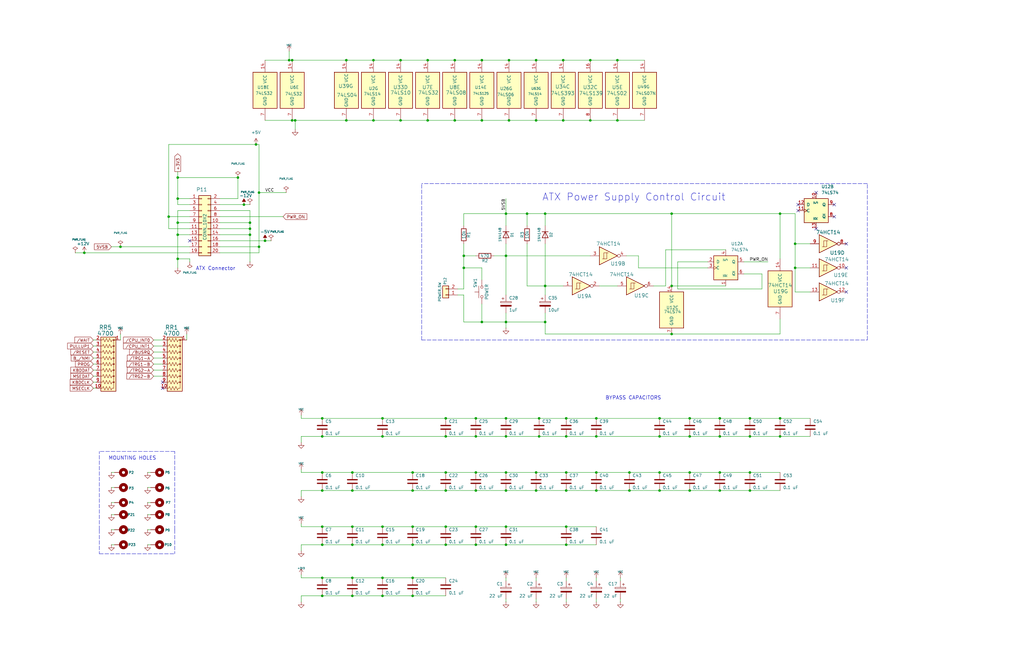
<source format=kicad_sch>
(kicad_sch (version 20250114) (generator "eeschema") (generator_version "9.0")
  (paper "B")
  (title_block (title "N8PC") (date "2025-11-26") (rev "000.9") (comment 1 "https://github.com/danwerner21/N8PC") (comment 2 "Based on work by Andrew Lynch and John Coffman"))
  (lib_symbols
    (symbol "74xx:74LS02" (pin_names (offset 1.016))
      (property "Reference" "U" (at 0 1.27 0))
      (property "Value" "74LS02" (at 0 -1.27 0))
      (symbol "74LS02_1_1"
        (pin input line (at -7.62 2.54 0) (length 4.318) (name "~") (number "2"))
        (pin input line (at -7.62 -2.54 0) (length 4.318) (name "~") (number "3"))
        (pin output inverted (at 7.62 0 180) (length 3.81) (name "~") (number "1"))
      )
      (symbol "74LS02_1_2"
        (pin input inverted (at -7.62 2.54 0) (length 3.81) (name "~") (number "2"))
        (pin input inverted (at -7.62 -2.54 0) (length 3.81) (name "~") (number "3"))
        (pin output line (at 7.62 0 180) (length 3.81) (name "~") (number "1"))
      )
      (symbol "74LS02_2_1"
        (pin input line (at -7.62 2.54 0) (length 4.318) (name "~") (number "5"))
        (pin input line (at -7.62 -2.54 0) (length 4.318) (name "~") (number "6"))
        (pin output inverted (at 7.62 0 180) (length 3.81) (name "~") (number "4"))
      )
      (symbol "74LS02_2_2"
        (pin input inverted (at -7.62 2.54 0) (length 3.81) (name "~") (number "5"))
        (pin input inverted (at -7.62 -2.54 0) (length 3.81) (name "~") (number "6"))
        (pin output line (at 7.62 0 180) (length 3.81) (name "~") (number "4"))
      )
      (symbol "74LS02_3_1"
        (pin input line (at -7.62 2.54 0) (length 4.318) (name "~") (number "8"))
        (pin input line (at -7.62 -2.54 0) (length 4.318) (name "~") (number "9"))
        (pin output inverted (at 7.62 0 180) (length 3.81) (name "~") (number "10"))
      )
      (symbol "74LS02_3_2"
        (pin input inverted (at -7.62 2.54 0) (length 3.81) (name "~") (number "8"))
        (pin input inverted (at -7.62 -2.54 0) (length 3.81) (name "~") (number "9"))
        (pin output line (at 7.62 0 180) (length 3.81) (name "~") (number "10"))
      )
      (symbol "74LS02_4_1"
        (pin input line (at -7.62 2.54 0) (length 4.318) (name "~") (number "11"))
        (pin input line (at -7.62 -2.54 0) (length 4.318) (name "~") (number "12"))
        (pin output inverted (at 7.62 0 180) (length 3.81) (name "~") (number "13"))
      )
      (symbol "74LS02_4_2"
        (pin input inverted (at -7.62 2.54 0) (length 3.81) (name "~") (number "11"))
        (pin input inverted (at -7.62 -2.54 0) (length 3.81) (name "~") (number "12"))
        (pin output line (at 7.62 0 180) (length 3.81) (name "~") (number "13"))
      )
      (symbol "74LS02_5_0"
        (pin power_in line (at 0 12.7 270) (length 5.08) (name "VCC") (number "14"))
        (pin power_in line (at 0 -12.7 90) (length 5.08) (name "GND") (number "7"))
      )
    )
    (symbol "74xx:74LS04"
      (property "Reference" "U" (at 0 1.27 0))
      (property "Value" "74LS04" (at 0 -1.27 0))
      (symbol "74LS04_1_0"
        (pin input line (at -7.62 0 0) (length 3.81) (name "~") (number "1"))
        (pin output inverted (at 7.62 0 180) (length 3.81) (name "~") (number "2"))
      )
      (symbol "74LS04_2_0"
        (pin input line (at -7.62 0 0) (length 3.81) (name "~") (number "3"))
        (pin output inverted (at 7.62 0 180) (length 3.81) (name "~") (number "4"))
      )
      (symbol "74LS04_3_0"
        (pin input line (at -7.62 0 0) (length 3.81) (name "~") (number "5"))
        (pin output inverted (at 7.62 0 180) (length 3.81) (name "~") (number "6"))
      )
      (symbol "74LS04_4_0"
        (pin input line (at -7.62 0 0) (length 3.81) (name "~") (number "9"))
        (pin output inverted (at 7.62 0 180) (length 3.81) (name "~") (number "8"))
      )
      (symbol "74LS04_5_0"
        (pin input line (at -7.62 0 0) (length 3.81) (name "~") (number "11"))
        (pin output inverted (at 7.62 0 180) (length 3.81) (name "~") (number "10"))
      )
      (symbol "74LS04_6_0"
        (pin input line (at -7.62 0 0) (length 3.81) (name "~") (number "13"))
        (pin output inverted (at 7.62 0 180) (length 3.81) (name "~") (number "12"))
      )
      (symbol "74LS04_7_0"
        (pin power_in line (at 0 12.7 270) (length 5.08) (name "VCC") (number "14"))
        (pin power_in line (at 0 -12.7 90) (length 5.08) (name "GND") (number "7"))
      )
    )
    (symbol "74xx:74LS06N" (pin_names (offset 1.016))
      (property "Reference" "U" (at 0 1.27 0))
      (property "Value" "74LS06N" (at 0 -1.27 0))
      (symbol "74LS06N_1_0"
        (pin input line (at -7.62 0 0) (length 3.81) (name "~") (number "1"))
        (pin open_collector inverted (at 7.62 0 180) (length 3.81) (name "~") (number "2"))
      )
      (symbol "74LS06N_2_0"
        (pin input line (at -7.62 0 0) (length 3.81) (name "~") (number "3"))
        (pin open_collector inverted (at 7.62 0 180) (length 3.81) (name "~") (number "4"))
      )
      (symbol "74LS06N_3_0"
        (pin input line (at -7.62 0 0) (length 3.81) (name "~") (number "5"))
        (pin open_collector inverted (at 7.62 0 180) (length 3.81) (name "~") (number "6"))
      )
      (symbol "74LS06N_4_0"
        (pin input line (at -7.62 0 0) (length 3.81) (name "~") (number "9"))
        (pin open_collector inverted (at 7.62 0 180) (length 3.81) (name "~") (number "8"))
      )
      (symbol "74LS06N_5_0"
        (pin input line (at -7.62 0 0) (length 3.81) (name "~") (number "11"))
        (pin open_collector inverted (at 7.62 0 180) (length 3.81) (name "~") (number "10"))
      )
      (symbol "74LS06N_6_0"
        (pin input line (at -7.62 0 0) (length 3.81) (name "~") (number "13"))
        (pin open_collector inverted (at 7.62 0 180) (length 3.81) (name "~") (number "12"))
      )
      (symbol "74LS06N_7_0"
        (pin power_in line (at 0 12.7 270) (length 5.08) (name "VCC") (number "14"))
        (pin power_in line (at 0 -12.7 90) (length 5.08) (name "GND") (number "7"))
      )
    )
    (symbol "74xx:74LS07" (pin_names (offset 1.016))
      (property "Reference" "U" (at 0 1.27 0))
      (property "Value" "74LS07" (at 0 -1.27 0))
      (symbol "74LS07_1_0"
        (pin input line (at -7.62 0 0) (length 3.81) (name "~") (number "1"))
        (pin open_collector line (at 7.62 0 180) (length 3.81) (name "~") (number "2"))
      )
      (symbol "74LS07_2_0"
        (pin input line (at -7.62 0 0) (length 3.81) (name "~") (number "3"))
        (pin open_collector line (at 7.62 0 180) (length 3.81) (name "~") (number "4"))
      )
      (symbol "74LS07_3_0"
        (pin input line (at -7.62 0 0) (length 3.81) (name "~") (number "5"))
        (pin open_collector line (at 7.62 0 180) (length 3.81) (name "~") (number "6"))
      )
      (symbol "74LS07_4_0"
        (pin input line (at -7.62 0 0) (length 3.81) (name "~") (number "9"))
        (pin open_collector line (at 7.62 0 180) (length 3.81) (name "~") (number "8"))
      )
      (symbol "74LS07_5_0"
        (pin input line (at -7.62 0 0) (length 3.81) (name "~") (number "11"))
        (pin open_collector line (at 7.62 0 180) (length 3.81) (name "~") (number "10"))
      )
      (symbol "74LS07_6_0"
        (pin input line (at -7.62 0 0) (length 3.81) (name "~") (number "13"))
        (pin open_collector line (at 7.62 0 180) (length 3.81) (name "~") (number "12"))
      )
      (symbol "74LS07_7_0"
        (pin power_in line (at 0 12.7 270) (length 5.08) (name "VCC") (number "14"))
        (pin power_in line (at 0 -12.7 90) (length 5.08) (name "GND") (number "7"))
      )
    )
    (symbol "74xx:74LS08" (pin_names (offset 1.016))
      (property "Reference" "U" (at 0 1.27 0))
      (property "Value" "74LS08" (at 0 -1.27 0))
      (symbol "74LS08_1_1"
        (pin input line (at -7.62 2.54 0) (length 3.81) (name "~") (number "1"))
        (pin input line (at -7.62 -2.54 0) (length 3.81) (name "~") (number "2"))
        (pin output line (at 7.62 0 180) (length 3.81) (name "~") (number "3"))
      )
      (symbol "74LS08_1_2"
        (pin input inverted (at -7.62 2.54 0) (length 4.318) (name "~") (number "1"))
        (pin input inverted (at -7.62 -2.54 0) (length 4.318) (name "~") (number "2"))
        (pin output inverted (at 7.62 0 180) (length 3.81) (name "~") (number "3"))
      )
      (symbol "74LS08_2_1"
        (pin input line (at -7.62 2.54 0) (length 3.81) (name "~") (number "4"))
        (pin input line (at -7.62 -2.54 0) (length 3.81) (name "~") (number "5"))
        (pin output line (at 7.62 0 180) (length 3.81) (name "~") (number "6"))
      )
      (symbol "74LS08_2_2"
        (pin input inverted (at -7.62 2.54 0) (length 4.318) (name "~") (number "4"))
        (pin input inverted (at -7.62 -2.54 0) (length 4.318) (name "~") (number "5"))
        (pin output inverted (at 7.62 0 180) (length 3.81) (name "~") (number "6"))
      )
      (symbol "74LS08_3_1"
        (pin input line (at -7.62 2.54 0) (length 3.81) (name "~") (number "9"))
        (pin input line (at -7.62 -2.54 0) (length 3.81) (name "~") (number "10"))
        (pin output line (at 7.62 0 180) (length 3.81) (name "~") (number "8"))
      )
      (symbol "74LS08_3_2"
        (pin input inverted (at -7.62 2.54 0) (length 4.318) (name "~") (number "9"))
        (pin input inverted (at -7.62 -2.54 0) (length 4.318) (name "~") (number "10"))
        (pin output inverted (at 7.62 0 180) (length 3.81) (name "~") (number "8"))
      )
      (symbol "74LS08_4_1"
        (pin input line (at -7.62 2.54 0) (length 3.81) (name "~") (number "12"))
        (pin input line (at -7.62 -2.54 0) (length 3.81) (name "~") (number "13"))
        (pin output line (at 7.62 0 180) (length 3.81) (name "~") (number "11"))
      )
      (symbol "74LS08_4_2"
        (pin input inverted (at -7.62 2.54 0) (length 4.318) (name "~") (number "12"))
        (pin input inverted (at -7.62 -2.54 0) (length 4.318) (name "~") (number "13"))
        (pin output inverted (at 7.62 0 180) (length 3.81) (name "~") (number "11"))
      )
      (symbol "74LS08_5_0"
        (pin power_in line (at 0 12.7 270) (length 5.08) (name "VCC") (number "14"))
        (pin power_in line (at 0 -12.7 90) (length 5.08) (name "GND") (number "7"))
      )
    )
    (symbol "74xx:74LS10" (pin_names (offset 1.016))
      (property "Reference" "U" (at 0 1.27 0))
      (property "Value" "74LS10" (at 0 -1.27 0))
      (symbol "74LS10_1_1"
        (pin input line (at -7.62 2.54 0) (length 3.81) (name "~") (number "1"))
        (pin input line (at -7.62 0 0) (length 3.81) (name "~") (number "2"))
        (pin input line (at -7.62 -2.54 0) (length 3.81) (name "~") (number "13"))
        (pin output inverted (at 7.62 0 180) (length 3.81) (name "~") (number "12"))
      )
      (symbol "74LS10_1_2"
        (pin input inverted (at -7.62 2.54 0) (length 4.318) (name "~") (number "1"))
        (pin input inverted (at -7.62 0 0) (length 4.953) (name "~") (number "2"))
        (pin input inverted (at -7.62 -2.54 0) (length 4.318) (name "~") (number "13"))
        (pin output line (at 7.62 0 180) (length 3.81) (name "~") (number "12"))
      )
      (symbol "74LS10_2_1"
        (pin input line (at -7.62 2.54 0) (length 3.81) (name "~") (number "3"))
        (pin input line (at -7.62 0 0) (length 3.81) (name "~") (number "4"))
        (pin input line (at -7.62 -2.54 0) (length 3.81) (name "~") (number "5"))
        (pin output inverted (at 7.62 0 180) (length 3.81) (name "~") (number "6"))
      )
      (symbol "74LS10_2_2"
        (pin input inverted (at -7.62 2.54 0) (length 4.318) (name "~") (number "3"))
        (pin input inverted (at -7.62 0 0) (length 4.953) (name "~") (number "4"))
        (pin input inverted (at -7.62 -2.54 0) (length 4.318) (name "~") (number "5"))
        (pin output line (at 7.62 0 180) (length 3.81) (name "~") (number "6"))
      )
      (symbol "74LS10_3_1"
        (pin input line (at -7.62 2.54 0) (length 3.81) (name "~") (number "9"))
        (pin input line (at -7.62 0 0) (length 3.81) (name "~") (number "10"))
        (pin input line (at -7.62 -2.54 0) (length 3.81) (name "~") (number "11"))
        (pin output inverted (at 7.62 0 180) (length 3.81) (name "~") (number "8"))
      )
      (symbol "74LS10_3_2"
        (pin input inverted (at -7.62 2.54 0) (length 4.318) (name "~") (number "9"))
        (pin input inverted (at -7.62 0 0) (length 4.953) (name "~") (number "10"))
        (pin input inverted (at -7.62 -2.54 0) (length 4.318) (name "~") (number "11"))
        (pin output line (at 7.62 0 180) (length 3.81) (name "~") (number "8"))
      )
      (symbol "74LS10_4_0"
        (pin power_in line (at 0 12.7 270) (length 5.08) (name "VCC") (number "14"))
        (pin power_in line (at 0 -12.7 90) (length 5.08) (name "GND") (number "7"))
      )
    )
    (symbol "74xx:74LS125" (pin_names (offset 1.016))
      (property "Reference" "U" (at 0 1.27 0))
      (property "Value" "74LS125" (at 0 -1.27 0))
      (symbol "74LS125_1_0"
        (pin input line (at -7.62 0 0) (length 3.81) (name "~") (number "2"))
        (pin input inverted (at 0 -6.35 90) (length 4.445) (name "~") (number "1"))
        (pin tri_state line (at 7.62 0 180) (length 3.81) (name "~") (number "3"))
      )
      (symbol "74LS125_2_0"
        (pin input line (at -7.62 0 0) (length 3.81) (name "~") (number "5"))
        (pin input inverted (at 0 -6.35 90) (length 4.445) (name "~") (number "4"))
        (pin tri_state line (at 7.62 0 180) (length 3.81) (name "~") (number "6"))
      )
      (symbol "74LS125_3_0"
        (pin input line (at -7.62 0 0) (length 3.81) (name "~") (number "9"))
        (pin input inverted (at 0 -6.35 90) (length 4.445) (name "~") (number "10"))
        (pin tri_state line (at 7.62 0 180) (length 3.81) (name "~") (number "8"))
      )
      (symbol "74LS125_4_0"
        (pin input line (at -7.62 0 0) (length 3.81) (name "~") (number "12"))
        (pin input inverted (at 0 -6.35 90) (length 4.445) (name "~") (number "13"))
        (pin tri_state line (at 7.62 0 180) (length 3.81) (name "~") (number "11"))
      )
      (symbol "74LS125_5_0"
        (pin power_in line (at 0 12.7 270) (length 5.08) (name "VCC") (number "14"))
        (pin power_in line (at 0 -12.7 90) (length 5.08) (name "GND") (number "7"))
      )
    )
    (symbol "74xx:74LS139" (pin_names (offset 1.016))
      (property "Reference" "U" (at -7.62 8.89 0))
      (property "Value" "74LS139" (at -7.62 -8.89 0))
      (symbol "74LS139_1_0"
        (pin input line (at -12.7 2.54 0) (length 5.08) (name "A1") (number "3"))
        (pin input line (at -12.7 0 0) (length 5.08) (name "A0") (number "2"))
        (pin input inverted (at -12.7 -5.08 0) (length 5.08) (name "E") (number "1"))
        (pin output inverted (at 12.7 2.54 180) (length 5.08) (name "O0") (number "4"))
        (pin output inverted (at 12.7 0 180) (length 5.08) (name "O1") (number "5"))
        (pin output inverted (at 12.7 -2.54 180) (length 5.08) (name "O2") (number "6"))
        (pin output inverted (at 12.7 -5.08 180) (length 5.08) (name "O3") (number "7"))
      )
      (symbol "74LS139_2_0"
        (pin input line (at -12.7 2.54 0) (length 5.08) (name "A1") (number "13"))
        (pin input line (at -12.7 0 0) (length 5.08) (name "A0") (number "14"))
        (pin input inverted (at -12.7 -5.08 0) (length 5.08) (name "E") (number "15"))
        (pin output inverted (at 12.7 2.54 180) (length 5.08) (name "O0") (number "12"))
        (pin output inverted (at 12.7 0 180) (length 5.08) (name "O1") (number "11"))
        (pin output inverted (at 12.7 -2.54 180) (length 5.08) (name "O2") (number "10"))
        (pin output inverted (at 12.7 -5.08 180) (length 5.08) (name "O3") (number "9"))
      )
      (symbol "74LS139_3_0"
        (pin power_in line (at 0 12.7 270) (length 5.08) (name "VCC") (number "16"))
        (pin power_in line (at 0 -12.7 90) (length 5.08) (name "GND") (number "8"))
      )
    )
    (symbol "74xx:74LS14" (pin_names (offset 1.016))
      (property "Reference" "U" (at 0 1.27 0))
      (property "Value" "74LS14" (at 0 -1.27 0))
      (symbol "74LS14_1_0"
        (pin input line (at -7.62 0 0) (length 3.81) (name "~") (number "1"))
        (pin output inverted (at 7.62 0 180) (length 3.81) (name "~") (number "2"))
      )
      (symbol "74LS14_2_0"
        (pin input line (at -7.62 0 0) (length 3.81) (name "~") (number "3"))
        (pin output inverted (at 7.62 0 180) (length 3.81) (name "~") (number "4"))
      )
      (symbol "74LS14_3_0"
        (pin input line (at -7.62 0 0) (length 3.81) (name "~") (number "5"))
        (pin output inverted (at 7.62 0 180) (length 3.81) (name "~") (number "6"))
      )
      (symbol "74LS14_4_0"
        (pin input line (at -7.62 0 0) (length 3.81) (name "~") (number "9"))
        (pin output inverted (at 7.62 0 180) (length 3.81) (name "~") (number "8"))
      )
      (symbol "74LS14_5_0"
        (pin input line (at -7.62 0 0) (length 3.81) (name "~") (number "11"))
        (pin output inverted (at 7.62 0 180) (length 3.81) (name "~") (number "10"))
      )
      (symbol "74LS14_6_0"
        (pin input line (at -7.62 0 0) (length 3.81) (name "~") (number "13"))
        (pin output inverted (at 7.62 0 180) (length 3.81) (name "~") (number "12"))
      )
      (symbol "74LS14_7_0"
        (pin power_in line (at 0 12.7 270) (length 5.08) (name "VCC") (number "14"))
        (pin power_in line (at 0 -12.7 90) (length 5.08) (name "GND") (number "7"))
      )
    )
    (symbol "74xx:74LS32" (pin_names (offset 1.016))
      (property "Reference" "U" (at 0 1.27 0))
      (property "Value" "74LS32" (at 0 -1.27 0))
      (symbol "74LS32_1_1"
        (pin input line (at -7.62 2.54 0) (length 4.318) (name "~") (number "1"))
        (pin input line (at -7.62 -2.54 0) (length 4.318) (name "~") (number "2"))
        (pin output line (at 7.62 0 180) (length 3.81) (name "~") (number "3"))
      )
      (symbol "74LS32_1_2"
        (pin input inverted (at -7.62 2.54 0) (length 3.81) (name "~") (number "1"))
        (pin input inverted (at -7.62 -2.54 0) (length 3.81) (name "~") (number "2"))
        (pin output inverted (at 7.62 0 180) (length 3.81) (name "~") (number "3"))
      )
      (symbol "74LS32_2_1"
        (pin input line (at -7.62 2.54 0) (length 4.318) (name "~") (number "4"))
        (pin input line (at -7.62 -2.54 0) (length 4.318) (name "~") (number "5"))
        (pin output line (at 7.62 0 180) (length 3.81) (name "~") (number "6"))
      )
      (symbol "74LS32_2_2"
        (pin input inverted (at -7.62 2.54 0) (length 3.81) (name "~") (number "4"))
        (pin input inverted (at -7.62 -2.54 0) (length 3.81) (name "~") (number "5"))
        (pin output inverted (at 7.62 0 180) (length 3.81) (name "~") (number "6"))
      )
      (symbol "74LS32_3_1"
        (pin input line (at -7.62 2.54 0) (length 4.318) (name "~") (number "9"))
        (pin input line (at -7.62 -2.54 0) (length 4.318) (name "~") (number "10"))
        (pin output line (at 7.62 0 180) (length 3.81) (name "~") (number "8"))
      )
      (symbol "74LS32_3_2"
        (pin input inverted (at -7.62 2.54 0) (length 3.81) (name "~") (number "9"))
        (pin input inverted (at -7.62 -2.54 0) (length 3.81) (name "~") (number "10"))
        (pin output inverted (at 7.62 0 180) (length 3.81) (name "~") (number "8"))
      )
      (symbol "74LS32_4_1"
        (pin input line (at -7.62 2.54 0) (length 4.318) (name "~") (number "12"))
        (pin input line (at -7.62 -2.54 0) (length 4.318) (name "~") (number "13"))
        (pin output line (at 7.62 0 180) (length 3.81) (name "~") (number "11"))
      )
      (symbol "74LS32_4_2"
        (pin input inverted (at -7.62 2.54 0) (length 3.81) (name "~") (number "12"))
        (pin input inverted (at -7.62 -2.54 0) (length 3.81) (name "~") (number "13"))
        (pin output inverted (at 7.62 0 180) (length 3.81) (name "~") (number "11"))
      )
      (symbol "74LS32_5_0"
        (pin power_in line (at 0 12.7 270) (length 5.08) (name "VCC") (number "14"))
        (pin power_in line (at 0 -12.7 90) (length 5.08) (name "GND") (number "7"))
      )
    )
    (symbol "74xx:74LS393" (pin_names (offset 1.016))
      (property "Reference" "U" (at -7.62 8.89 0))
      (property "Value" "74LS393" (at -7.62 -8.89 0))
      (symbol "74LS393_1_0"
        (pin input clock (at -12.7 2.54 0) (length 5.08) (name "CP") (number "1"))
        (pin input line (at -12.7 -5.08 0) (length 5.08) (name "MR") (number "2"))
        (pin output line (at 12.7 2.54 180) (length 5.08) (name "Q0") (number "3"))
        (pin output line (at 12.7 0 180) (length 5.08) (name "Q1") (number "4"))
        (pin output line (at 12.7 -2.54 180) (length 5.08) (name "Q2") (number "5"))
        (pin output line (at 12.7 -5.08 180) (length 5.08) (name "Q3") (number "6"))
      )
      (symbol "74LS393_2_0"
        (pin input clock (at -12.7 2.54 0) (length 5.08) (name "CP") (number "13"))
        (pin input line (at -12.7 -5.08 0) (length 5.08) (name "MR") (number "12"))
        (pin output line (at 12.7 2.54 180) (length 5.08) (name "Q0") (number "11"))
        (pin output line (at 12.7 0 180) (length 5.08) (name "Q1") (number "10"))
        (pin output line (at 12.7 -2.54 180) (length 5.08) (name "Q2") (number "9"))
        (pin output line (at 12.7 -5.08 180) (length 5.08) (name "Q3") (number "8"))
      )
      (symbol "74LS393_3_0"
        (pin power_in line (at 0 12.7 270) (length 5.08) (name "VCC") (number "14"))
        (pin power_in line (at 0 -12.7 90) (length 5.08) (name "GND") (number "7"))
      )
    )
    (symbol "74xx:74LS74" (pin_names (offset 1.016))
      (property "Reference" "U" (at -7.62 8.89 0))
      (property "Value" "74LS74" (at -7.62 -8.89 0))
      (symbol "74LS74_1_0"
        (pin input line (at -7.62 2.54 0) (length 2.54) (name "D") (number "2"))
        (pin input clock (at -7.62 0 0) (length 2.54) (name "C") (number "3"))
        (pin input line (at 0 7.62 270) (length 2.54) (name "~{S}") (number "4"))
        (pin input line (at 0 -7.62 90) (length 2.54) (name "~{R}") (number "1"))
        (pin output line (at 7.62 2.54 180) (length 2.54) (name "Q") (number "5"))
        (pin output line (at 7.62 -2.54 180) (length 2.54) (name "~{Q}") (number "6"))
      )
      (symbol "74LS74_2_0"
        (pin input line (at -7.62 2.54 0) (length 2.54) (name "D") (number "12"))
        (pin input clock (at -7.62 0 0) (length 2.54) (name "C") (number "11"))
        (pin input line (at 0 7.62 270) (length 2.54) (name "~{S}") (number "10"))
        (pin input line (at 0 -7.62 90) (length 2.54) (name "~{R}") (number "13"))
        (pin output line (at 7.62 2.54 180) (length 2.54) (name "Q") (number "9"))
        (pin output line (at 7.62 -2.54 180) (length 2.54) (name "~{Q}") (number "8"))
      )
      (symbol "74LS74_3_0"
        (pin power_in line (at 0 10.16 270) (length 2.54) (name "VCC") (number "14"))
        (pin power_in line (at 0 -10.16 90) (length 2.54) (name "GND") (number "7"))
      )
    )
    (symbol "Connector_Generic:Conn_01x02" (pin_names (offset 1.016) (hide yes))
      (property "Reference" "J" (at 0 2.54 0))
      (property "Value" "Conn_01x02" (at 0 -5.08 0))
      (symbol "Conn_01x02_1_1"
        (pin passive line (at -5.08 0 0) (length 3.81) (name "Pin_1") (number "1"))
        (pin passive line (at -5.08 -2.54 0) (length 3.81) (name "Pin_2") (number "2"))
      )
    )
    (symbol "Connector_Generic:Conn_02x10_Odd_Even" (pin_names (offset 1.016) (hide yes))
      (property "Reference" "J" (at 1.27 12.7 0))
      (property "Value" "Conn_02x10_Odd_Even" (at 1.27 -15.24 0))
      (symbol "Conn_02x10_Odd_Even_1_1"
        (pin passive line (at -5.08 10.16 0) (length 3.81) (name "Pin_1") (number "1"))
        (pin passive line (at -5.08 7.62 0) (length 3.81) (name "Pin_3") (number "3"))
        (pin passive line (at -5.08 5.08 0) (length 3.81) (name "Pin_5") (number "5"))
        (pin passive line (at -5.08 2.54 0) (length 3.81) (name "Pin_7") (number "7"))
        (pin passive line (at -5.08 0 0) (length 3.81) (name "Pin_9") (number "9"))
        (pin passive line (at -5.08 -2.54 0) (length 3.81) (name "Pin_11") (number "11"))
        (pin passive line (at -5.08 -5.08 0) (length 3.81) (name "Pin_13") (number "13"))
        (pin passive line (at -5.08 -7.62 0) (length 3.81) (name "Pin_15") (number "15"))
        (pin passive line (at -5.08 -10.16 0) (length 3.81) (name "Pin_17") (number "17"))
        (pin passive line (at -5.08 -12.7 0) (length 3.81) (name "Pin_19") (number "19"))
        (pin passive line (at 7.62 10.16 180) (length 3.81) (name "Pin_2") (number "2"))
        (pin passive line (at 7.62 7.62 180) (length 3.81) (name "Pin_4") (number "4"))
        (pin passive line (at 7.62 5.08 180) (length 3.81) (name "Pin_6") (number "6"))
        (pin passive line (at 7.62 2.54 180) (length 3.81) (name "Pin_8") (number "8"))
        (pin passive line (at 7.62 0 180) (length 3.81) (name "Pin_10") (number "10"))
        (pin passive line (at 7.62 -2.54 180) (length 3.81) (name "Pin_12") (number "12"))
        (pin passive line (at 7.62 -5.08 180) (length 3.81) (name "Pin_14") (number "14"))
        (pin passive line (at 7.62 -7.62 180) (length 3.81) (name "Pin_16") (number "16"))
        (pin passive line (at 7.62 -10.16 180) (length 3.81) (name "Pin_18") (number "18"))
        (pin passive line (at 7.62 -12.7 180) (length 3.81) (name "Pin_20") (number "20"))
      )
    )
    (symbol "Device:C" (pin_numbers (hide yes)) (pin_names (offset 0.254))
      (property "Reference" "C" (at 0.635 2.54 0))
      (property "Value" "C" (at 0.635 -2.54 0))
      (symbol "C_1_1"
        (pin passive line (at 0 3.81 270) (length 2.794) (name "~") (number "1"))
        (pin passive line (at 0 -3.81 90) (length 2.794) (name "~") (number "2"))
      )
    )
    (symbol "Device:C_Polarized" (pin_numbers (hide yes)) (pin_names (offset 0.254))
      (property "Reference" "C" (at 0.635 2.54 0))
      (property "Value" "C_Polarized" (at 0.635 -2.54 0))
      (symbol "C_Polarized_1_1"
        (pin passive line (at 0 3.81 270) (length 2.794) (name "~") (number "1"))
        (pin passive line (at 0 -3.81 90) (length 2.794) (name "~") (number "2"))
      )
    )
    (symbol "Device:D" (pin_numbers (hide yes)) (pin_names (offset 1.016) (hide yes))
      (property "Reference" "D" (at 0 2.54 0))
      (property "Value" "D" (at 0 -2.54 0))
      (symbol "D_1_1"
        (pin passive line (at -3.81 0 0) (length 2.54) (name "K") (number "1"))
        (pin passive line (at 3.81 0 180) (length 2.54) (name "A") (number "2"))
      )
    )
    (symbol "Device:R" (pin_numbers (hide yes)) (pin_names (offset 0))
      (property "Reference" "R" (at 2.032 0 90))
      (property "Value" "R" (at 0 0 90))
      (symbol "R_1_1"
        (pin passive line (at 0 3.81 270) (length 1.27) (name "~") (number "1"))
        (pin passive line (at 0 -3.81 90) (length 1.27) (name "~") (number "2"))
      )
    )
    (symbol "Device:R_Network09_US" (pin_names (offset 0) (hide yes))
      (property "Reference" "RN" (at -12.7 0 90))
      (property "Value" "R_Network09_US" (at 12.7 0 90))
      (symbol "R_Network09_US_1_1"
        (pin passive line (at -10.16 5.08 270) (length 2.54) (name "common") (number "1"))
        (pin passive line (at -10.16 -5.08 90) (length 1.27) (name "R1") (number "2"))
        (pin passive line (at -7.62 -5.08 90) (length 1.27) (name "R2") (number "3"))
        (pin passive line (at -5.08 -5.08 90) (length 1.27) (name "R3") (number "4"))
        (pin passive line (at -2.54 -5.08 90) (length 1.27) (name "R4") (number "5"))
        (pin passive line (at 0 -5.08 90) (length 1.27) (name "R5") (number "6"))
        (pin passive line (at 2.54 -5.08 90) (length 1.27) (name "R6") (number "7"))
        (pin passive line (at 5.08 -5.08 90) (length 1.27) (name "R7") (number "8"))
        (pin passive line (at 7.62 -5.08 90) (length 1.27) (name "R8") (number "9"))
        (pin passive line (at 10.16 -5.08 90) (length 1.27) (name "R9") (number "10"))
      )
    )
    (symbol "Mechanical:MountingHole_Pad" (pin_numbers (hide yes)) (pin_names (offset 1.016) (hide yes)) (exclude_from_sim yes) (in_bom no)
      (property "Reference" "H" (at 0 6.35 0))
      (property "Value" "MountingHole_Pad" (at 0 4.445 0))
      (symbol "MountingHole_Pad_1_1"
        (pin input line (at 0 -2.54 90) (length 2.54) (name "1") (number "1"))
      )
    )
    (symbol "Switch:SW_Push" (pin_numbers (hide yes)) (pin_names (offset 1.016) (hide yes))
      (property "Reference" "SW" (at 1.27 2.54 0))
      (property "Value" "SW_Push" (at 0 -1.524 0))
      (symbol "SW_Push_0_1"
        (pin passive line (at -5.08 0 0) (length 2.54) (name "1") (number "1"))
        (pin passive line (at 5.08 0 180) (length 2.54) (name "2") (number "2"))
      )
    )
    (symbol "power:+12V" (power) (pin_numbers (hide yes)) (pin_names (offset 0) (hide yes))
      (property "Value" "+12V" (at 0 3.556 0))
      (symbol "+12V_1_1"
        (pin power_in line (at 0 0 90) (length 0) (name "~") (number "1"))
      )
    )
    (symbol "power:+5V" (power) (pin_numbers (hide yes)) (pin_names (offset 0) (hide yes))
      (property "Value" "+5V" (at 0 3.556 0))
      (symbol "+5V_1_1"
        (pin power_in line (at 0 0 90) (length 0) (name "~") (number "1"))
      )
    )
    (symbol "power:-12V" (power) (pin_numbers (hide yes)) (pin_names (offset 0) (hide yes))
      (property "Value" "-12V" (at 0 3.556 0))
      (symbol "-12V_0_0"
        (pin power_in line (at 0 0 90) (length 0) (name "~") (number "1"))
      )
    )
    (symbol "power:-5V" (power) (pin_numbers (hide yes)) (pin_names (offset 0) (hide yes))
      (property "Value" "-5V" (at 0 3.556 0))
      (symbol "-5V_0_0"
        (pin power_in line (at 0 0 90) (length 0) (name "~") (number "1"))
      )
    )
    (symbol "power:GND" (power) (pin_numbers (hide yes)) (pin_names (offset 0) (hide yes))
      (property "Value" "GND" (at 0 -3.81 0))
      (symbol "GND_1_1"
        (pin power_in line (at 0 0 270) (length 0) (name "~") (number "1"))
      )
    )
    (symbol "power:PWR_FLAG" (power) (pin_numbers (hide yes)) (pin_names (offset 0) (hide yes))
      (property "Value" "PWR_FLAG" (at 0 3.81 0))
      (symbol "PWR_FLAG_0_0"
        (pin power_out line (at 0 0 90) (length 0) (name "~") (number "1"))
      )
    )
    (symbol "power:VCC" (power) (pin_numbers (hide yes)) (pin_names (offset 0) (hide yes))
      (property "Value" "VCC" (at 0 3.556 0))
      (symbol "VCC_1_1"
        (pin power_in line (at 0 0 90) (length 0) (name "~") (number "1"))
      )
    )
    (symbol "power:VDD" (power) (pin_numbers (hide yes)) (pin_names (offset 0) (hide yes))
      (property "Value" "VDD" (at 0 3.556 0))
      (symbol "VDD_1_1"
        (pin power_in line (at 0 0 90) (length 0) (name "~") (number "1"))
      )
    )
  )
  (text "BYPASS CAPACITORS" (at 255.27 168.91 0) (effects (font (size 1.524 1.524)) (justify left bottom)))
  (text "MOUNTING HOLES" (at 45.72 194.31 0) (effects (font (size 1.524 1.524)) (justify left bottom)))
  (text "ATX Connector" (at 82.55 114.3 0) (effects (font (size 1.524 1.524)) (justify left bottom)))
  (text "ATX Power Supply Control Circuit" (at 228.6 85.09 0) (effects (font (size 3.048 3.048)) (justify left bottom)))
  (junction (at 226.06 207.01))
  (junction (at 191.77 25.4))
  (junction (at 290.83 207.01))
  (junction (at 335.28 102.87))
  (junction (at 237.49 50.8))
  (junction (at 238.76 176.53))
  (junction (at 148.59 207.01))
  (junction (at 213.36 184.15))
  (junction (at 109.22 104.14))
  (junction (at 107.95 60.96))
  (junction (at 238.76 222.25))
  (junction (at 283.21 140.97))
  (junction (at 157.48 50.8))
  (junction (at 328.93 176.53))
  (junction (at 283.21 90.17))
  (junction (at 105.41 99.06))
  (junction (at 161.29 184.15))
  (junction (at 203.2 25.4))
  (junction (at 200.66 176.53))
  (junction (at 316.23 207.01))
  (junction (at 135.89 184.15))
  (junction (at 251.46 176.53))
  (junction (at 278.13 207.01))
  (junction (at 278.13 176.53))
  (junction (at 316.23 184.15))
  (junction (at 135.89 243.84))
  (junction (at 229.87 120.65))
  (junction (at 35.56 106.68))
  (junction (at 200.66 207.01))
  (junction (at 148.59 243.84))
  (junction (at 283.21 120.65))
  (junction (at 173.99 207.01))
  (junction (at 213.36 90.17))
  (junction (at 203.2 135.89))
  (junction (at 173.99 229.87))
  (junction (at 200.66 184.15))
  (junction (at 187.96 207.01))
  (junction (at 226.06 50.8))
  (junction (at 335.28 113.03))
  (junction (at 248.92 50.8))
  (junction (at 237.49 25.4))
  (junction (at 214.63 25.4))
  (junction (at 260.35 25.4))
  (junction (at 161.29 243.84))
  (junction (at 227.33 176.53))
  (junction (at 229.87 135.89))
  (junction (at 238.76 207.01))
  (junction (at 278.13 199.39))
  (junction (at 180.34 50.8))
  (junction (at 303.53 176.53))
  (junction (at 50.8 104.14))
  (junction (at 148.59 222.25))
  (junction (at 74.93 99.06))
  (junction (at 187.96 176.53))
  (junction (at 226.06 25.4))
  (junction (at 303.53 199.39))
  (junction (at 148.59 199.39))
  (junction (at 173.99 243.84))
  (junction (at 124.46 50.8))
  (junction (at 135.89 176.53))
  (junction (at 74.93 74.93))
  (junction (at 146.05 50.8))
  (junction (at 290.83 199.39))
  (junction (at 265.43 207.01))
  (junction (at 238.76 229.87))
  (junction (at 251.46 199.39))
  (junction (at 161.29 176.53))
  (junction (at 227.33 184.15))
  (junction (at 200.66 222.25))
  (junction (at 238.76 199.39))
  (junction (at 173.99 199.39))
  (junction (at 226.06 199.39))
  (junction (at 74.93 93.98))
  (junction (at 316.23 199.39))
  (junction (at 74.93 109.22))
  (junction (at 328.93 184.15))
  (junction (at 173.99 251.46))
  (junction (at 187.96 199.39))
  (junction (at 213.36 207.01))
  (junction (at 180.34 25.4))
  (junction (at 248.92 25.4))
  (junction (at 100.33 74.93))
  (junction (at 146.05 25.4))
  (junction (at 222.25 90.17))
  (junction (at 123.19 25.4))
  (junction (at 187.96 184.15))
  (junction (at 251.46 207.01))
  (junction (at 109.22 81.28))
  (junction (at 161.29 229.87))
  (junction (at 200.66 229.87))
  (junction (at 135.89 251.46))
  (junction (at 265.43 199.39))
  (junction (at 213.36 135.89))
  (junction (at 213.36 176.53))
  (junction (at 191.77 50.8))
  (junction (at 290.83 184.15))
  (junction (at 102.87 86.36))
  (junction (at 200.66 199.39))
  (junction (at 213.36 199.39))
  (junction (at 105.41 96.52))
  (junction (at 303.53 207.01))
  (junction (at 161.29 251.46))
  (junction (at 290.83 176.53))
  (junction (at 195.58 113.03))
  (junction (at 105.41 93.98))
  (junction (at 213.36 107.95))
  (junction (at 74.93 83.82))
  (junction (at 157.48 25.4))
  (junction (at 187.96 229.87))
  (junction (at 135.89 222.25))
  (junction (at 214.63 50.8))
  (junction (at 121.92 25.4))
  (junction (at 260.35 50.8))
  (junction (at 168.91 50.8))
  (junction (at 148.59 229.87))
  (junction (at 213.36 229.87))
  (junction (at 168.91 25.4))
  (junction (at 238.76 184.15))
  (junction (at 135.89 229.87))
  (junction (at 71.12 91.44))
  (junction (at 135.89 207.01))
  (junction (at 316.23 176.53))
  (junction (at 328.93 90.17))
  (junction (at 135.89 199.39))
  (junction (at 148.59 251.46))
  (junction (at 195.58 107.95))
  (junction (at 187.96 222.25))
  (junction (at 229.87 90.17))
  (junction (at 303.53 184.15))
  (junction (at 111.76 101.6))
  (junction (at 278.13 184.15))
  (junction (at 173.99 222.25))
  (junction (at 203.2 50.8))
  (junction (at 213.36 222.25))
  (junction (at 123.19 50.8))
  (junction (at 161.29 222.25))
  (junction (at 251.46 184.15))
  (no_connect (at 356.87 102.87))
  (no_connect (at 336.55 86.36))
  (no_connect (at 68.58 161.29))
  (no_connect (at 356.87 113.03))
  (no_connect (at 80.01 101.6))
  (no_connect (at 336.55 88.9))
  (no_connect (at 351.79 91.44))
  (no_connect (at 344.17 81.28))
  (no_connect (at 351.79 86.36))
  (no_connect (at 356.87 123.19))
  (no_connect (at 344.17 96.52))
  (no_connect (at 68.58 163.83))
  (wire (pts (xy 213.36 90.17) (xy 213.36 95.25)))
  (wire (pts (xy 135.89 184.15) (xy 161.29 184.15)))
  (wire (pts (xy 180.34 25.4) (xy 191.77 25.4)))
  (polyline (pts (xy 365.76 143.51) (xy 365.76 77.47)) (stroke (width 0) (type dash)))
  (wire (pts (xy 127 207.01) (xy 135.89 207.01)))
  (wire (pts (xy 135.89 222.25) (xy 148.59 222.25)))
  (wire (pts (xy 74.93 109.22) (xy 74.93 99.06)))
  (wire (pts (xy 213.36 90.17) (xy 222.25 90.17)))
  (wire (pts (xy 74.93 88.9) (xy 80.01 88.9)))
  (wire (pts (xy 71.12 91.44) (xy 80.01 91.44)))
  (wire (pts (xy 195.58 113.03) (xy 203.2 113.03)))
  (wire (pts (xy 173.99 243.84) (xy 187.96 243.84)))
  (wire (pts (xy 109.22 106.68) (xy 109.22 104.14)))
  (wire (pts (xy 195.58 113.03) (xy 195.58 121.92)))
  (wire (pts (xy 100.33 74.93) (xy 74.93 74.93)))
  (wire (pts (xy 213.36 207.01) (xy 226.06 207.01)))
  (wire (pts (xy 92.71 96.52) (xy 105.41 96.52)))
  (wire (pts (xy 306.07 105.41) (xy 280.67 105.41)))
  (wire (pts (xy 148.59 199.39) (xy 173.99 199.39)))
  (wire (pts (xy 187.96 229.87) (xy 200.66 229.87)))
  (wire (pts (xy 203.2 128.27) (xy 203.2 135.89)))
  (wire (pts (xy 283.21 90.17) (xy 283.21 120.65)))
  (wire (pts (xy 123.19 25.4) (xy 146.05 25.4)))
  (wire (pts (xy 148.59 243.84) (xy 161.29 243.84)))
  (wire (pts (xy 74.93 86.36) (xy 80.01 86.36)))
  (wire (pts (xy 50.8 140.97) (xy 50.8 143.51)))
  (wire (pts (xy 316.23 199.39) (xy 328.93 199.39)))
  (wire (pts (xy 251.46 176.53) (xy 278.13 176.53)))
  (wire (pts (xy 229.87 90.17) (xy 283.21 90.17)))
  (wire (pts (xy 213.36 243.84) (xy 213.36 245.11)))
  (polyline (pts (xy 73.66 190.5) (xy 41.91 190.5)) (stroke (width 0) (type dash)))
  (wire (pts (xy 290.83 199.39) (xy 303.53 199.39)))
  (wire (pts (xy 226.06 252.73) (xy 226.06 254)))
  (wire (pts (xy 278.13 184.15) (xy 290.83 184.15)))
  (wire (pts (xy 260.35 25.4) (xy 271.78 25.4)))
  (wire (pts (xy 74.93 83.82) (xy 74.93 86.36)))
  (wire (pts (xy 316.23 176.53) (xy 328.93 176.53)))
  (wire (pts (xy 251.46 252.73) (xy 251.46 254)))
  (wire (pts (xy 46.99 104.14) (xy 50.8 104.14)))
  (wire (pts (xy 213.36 132.08) (xy 213.36 135.89)))
  (wire (pts (xy 187.96 199.39) (xy 200.66 199.39)))
  (wire (pts (xy 31.75 106.68) (xy 35.56 106.68)))
  (polyline (pts (xy 41.91 223.52) (xy 41.91 190.5)) (stroke (width 0) (type dash)))
  (wire (pts (xy 187.96 184.15) (xy 200.66 184.15)))
  (wire (pts (xy 105.41 96.52) (xy 105.41 93.98)))
  (wire (pts (xy 74.93 74.93) (xy 74.93 83.82)))
  (wire (pts (xy 195.58 102.87) (xy 195.58 107.95)))
  (wire (pts (xy 237.49 50.8) (xy 248.92 50.8)))
  (wire (pts (xy 208.28 107.95) (xy 213.36 107.95)))
  (wire (pts (xy 135.89 251.46) (xy 148.59 251.46)))
  (wire (pts (xy 127 251.46) (xy 135.89 251.46)))
  (wire (pts (xy 46.99 199.39) (xy 48.26 199.39)))
  (wire (pts (xy 74.93 72.39) (xy 74.93 74.93)))
  (wire (pts (xy 92.71 83.82) (xy 100.33 83.82)))
  (wire (pts (xy 173.99 222.25) (xy 187.96 222.25)))
  (wire (pts (xy 200.66 207.01) (xy 213.36 207.01)))
  (wire (pts (xy 161.29 251.46) (xy 173.99 251.46)))
  (wire (pts (xy 238.76 243.84) (xy 238.76 245.11)))
  (wire (pts (xy 195.58 90.17) (xy 213.36 90.17)))
  (wire (pts (xy 127 199.39) (xy 135.89 199.39)))
  (wire (pts (xy 127 242.57) (xy 127 243.84)))
  (wire (pts (xy 173.99 199.39) (xy 187.96 199.39)))
  (wire (pts (xy 335.28 113.03) (xy 335.28 123.19)))
  (wire (pts (xy 74.93 99.06) (xy 80.01 99.06)))
  (wire (pts (xy 226.06 243.84) (xy 226.06 245.11)))
  (wire (pts (xy 203.2 113.03) (xy 203.2 118.11)))
  (wire (pts (xy 74.93 93.98) (xy 74.93 88.9)))
  (wire (pts (xy 290.83 207.01) (xy 303.53 207.01)))
  (wire (pts (xy 92.71 93.98) (xy 105.41 93.98)))
  (wire (pts (xy 200.66 229.87) (xy 213.36 229.87)))
  (wire (pts (xy 269.24 113.03) (xy 269.24 107.95)))
  (wire (pts (xy 39.37 151.13) (xy 40.64 151.13)))
  (wire (pts (xy 213.36 222.25) (xy 238.76 222.25)))
  (wire (pts (xy 121.92 21.59) (xy 121.92 25.4)))
  (wire (pts (xy 148.59 251.46) (xy 161.29 251.46)))
  (wire (pts (xy 109.22 60.96) (xy 109.22 81.28)))
  (wire (pts (xy 226.06 50.8) (xy 237.49 50.8)))
  (wire (pts (xy 105.41 110.49) (xy 105.41 99.06)))
  (wire (pts (xy 214.63 25.4) (xy 226.06 25.4)))
  (wire (pts (xy 62.23 205.74) (xy 63.5 205.74)))
  (wire (pts (xy 195.58 107.95) (xy 200.66 107.95)))
  (wire (pts (xy 264.16 107.95) (xy 269.24 107.95)))
  (wire (pts (xy 193.04 124.46) (xy 195.58 124.46)))
  (wire (pts (xy 316.23 184.15) (xy 328.93 184.15)))
  (wire (pts (xy 285.75 121.92) (xy 321.31 121.92)))
  (wire (pts (xy 62.23 212.09) (xy 63.5 212.09)))
  (wire (pts (xy 285.75 121.92) (xy 285.75 110.49)))
  (wire (pts (xy 64.77 156.21) (xy 68.58 156.21)))
  (wire (pts (xy 238.76 207.01) (xy 251.46 207.01)))
  (wire (pts (xy 269.24 113.03) (xy 298.45 113.03)))
  (wire (pts (xy 261.62 252.73) (xy 261.62 254)))
  (wire (pts (xy 203.2 25.4) (xy 214.63 25.4)))
  (wire (pts (xy 80.01 83.82) (xy 74.93 83.82)))
  (wire (pts (xy 261.62 243.84) (xy 261.62 245.11)))
  (wire (pts (xy 168.91 25.4) (xy 180.34 25.4)))
  (wire (pts (xy 64.77 153.67) (xy 68.58 153.67)))
  (wire (pts (xy 227.33 184.15) (xy 238.76 184.15)))
  (wire (pts (xy 39.37 158.75) (xy 40.64 158.75)))
  (wire (pts (xy 251.46 199.39) (xy 265.43 199.39)))
  (wire (pts (xy 306.07 120.65) (xy 283.21 120.65)))
  (wire (pts (xy 161.29 243.84) (xy 173.99 243.84)))
  (wire (pts (xy 92.71 106.68) (xy 109.22 106.68)))
  (wire (pts (xy 328.93 140.97) (xy 283.21 140.97)))
  (wire (pts (xy 71.12 96.52) (xy 71.12 91.44)))
  (wire (pts (xy 50.8 104.14) (xy 80.01 104.14)))
  (wire (pts (xy 213.36 135.89) (xy 213.36 138.43)))
  (wire (pts (xy 195.58 124.46) (xy 195.58 135.89)))
  (wire (pts (xy 275.59 120.65) (xy 280.67 120.65)))
  (wire (pts (xy 248.92 50.8) (xy 260.35 50.8)))
  (polyline (pts (xy 177.8 143.51) (xy 365.76 143.51)) (stroke (width 0) (type dash)))
  (wire (pts (xy 335.28 102.87) (xy 335.28 113.03)))
  (wire (pts (xy 173.99 229.87) (xy 187.96 229.87)))
  (wire (pts (xy 195.58 90.17) (xy 195.58 95.25)))
  (wire (pts (xy 328.93 90.17) (xy 328.93 109.22)))
  (wire (pts (xy 278.13 207.01) (xy 290.83 207.01)))
  (wire (pts (xy 80.01 109.22) (xy 80.01 110.49)))
  (wire (pts (xy 251.46 207.01) (xy 265.43 207.01)))
  (wire (pts (xy 161.29 229.87) (xy 173.99 229.87)))
  (wire (pts (xy 35.56 106.68) (xy 80.01 106.68)))
  (wire (pts (xy 229.87 140.97) (xy 229.87 135.89)))
  (wire (pts (xy 127 222.25) (xy 135.89 222.25)))
  (wire (pts (xy 200.66 184.15) (xy 213.36 184.15)))
  (wire (pts (xy 321.31 115.57) (xy 313.69 115.57)))
  (wire (pts (xy 127 207.01) (xy 127 209.55)))
  (wire (pts (xy 229.87 135.89) (xy 213.36 135.89)))
  (wire (pts (xy 148.59 229.87) (xy 161.29 229.87)))
  (wire (pts (xy 214.63 50.8) (xy 226.06 50.8)))
  (wire (pts (xy 121.92 25.4) (xy 123.19 25.4)))
  (polyline (pts (xy 365.76 77.47) (xy 177.8 77.47)) (stroke (width 0) (type dash)))
  (wire (pts (xy 213.36 252.73) (xy 213.36 254)))
  (wire (pts (xy 124.46 50.8) (xy 124.46 54.61)))
  (wire (pts (xy 229.87 120.65) (xy 237.49 120.65)))
  (wire (pts (xy 64.77 151.13) (xy 68.58 151.13)))
  (wire (pts (xy 222.25 90.17) (xy 222.25 95.25)))
  (wire (pts (xy 290.83 184.15) (xy 303.53 184.15)))
  (wire (pts (xy 251.46 243.84) (xy 251.46 245.11)))
  (wire (pts (xy 278.13 176.53) (xy 290.83 176.53)))
  (wire (pts (xy 127 176.53) (xy 135.89 176.53)))
  (wire (pts (xy 226.06 199.39) (xy 238.76 199.39)))
  (wire (pts (xy 238.76 222.25) (xy 251.46 222.25)))
  (wire (pts (xy 229.87 120.65) (xy 229.87 124.46)))
  (wire (pts (xy 39.37 153.67) (xy 40.64 153.67)))
  (wire (pts (xy 71.12 60.96) (xy 107.95 60.96)))
  (wire (pts (xy 229.87 132.08) (xy 229.87 135.89)))
  (wire (pts (xy 100.33 83.82) (xy 100.33 74.93)))
  (wire (pts (xy 265.43 199.39) (xy 278.13 199.39)))
  (wire (pts (xy 127 198.12) (xy 127 199.39)))
  (wire (pts (xy 313.69 110.49) (xy 323.85 110.49)))
  (wire (pts (xy 251.46 184.15) (xy 278.13 184.15)))
  (wire (pts (xy 229.87 102.87) (xy 229.87 120.65)))
  (wire (pts (xy 187.96 222.25) (xy 200.66 222.25)))
  (wire (pts (xy 335.28 113.03) (xy 341.63 113.03)))
  (wire (pts (xy 135.89 207.01) (xy 148.59 207.01)))
  (wire (pts (xy 109.22 104.14) (xy 109.22 81.28)))
  (wire (pts (xy 213.36 199.39) (xy 226.06 199.39)))
  (wire (pts (xy 127 184.15) (xy 127 186.69)))
  (wire (pts (xy 39.37 146.05) (xy 40.64 146.05)))
  (wire (pts (xy 127 184.15) (xy 135.89 184.15)))
  (wire (pts (xy 46.99 223.52) (xy 48.26 223.52)))
  (wire (pts (xy 238.76 184.15) (xy 251.46 184.15)))
  (wire (pts (xy 105.41 99.06) (xy 105.41 96.52)))
  (wire (pts (xy 248.92 25.4) (xy 260.35 25.4)))
  (wire (pts (xy 265.43 207.01) (xy 278.13 207.01)))
  (wire (pts (xy 62.23 229.87) (xy 63.5 229.87)))
  (wire (pts (xy 111.76 50.8) (xy 123.19 50.8)))
  (wire (pts (xy 127 175.26) (xy 127 176.53)))
  (wire (pts (xy 135.89 176.53) (xy 161.29 176.53)))
  (wire (pts (xy 328.93 176.53) (xy 341.63 176.53)))
  (wire (pts (xy 92.71 101.6) (xy 111.76 101.6)))
  (polyline (pts (xy 177.8 143.51) (xy 177.8 77.47)) (stroke (width 0) (type dash)))
  (wire (pts (xy 92.71 104.14) (xy 109.22 104.14)))
  (wire (pts (xy 328.93 90.17) (xy 335.28 90.17)))
  (wire (pts (xy 107.95 60.96) (xy 109.22 60.96)))
  (wire (pts (xy 161.29 176.53) (xy 187.96 176.53)))
  (wire (pts (xy 335.28 90.17) (xy 335.28 102.87)))
  (wire (pts (xy 111.76 101.6) (xy 114.3 101.6)))
  (wire (pts (xy 39.37 161.29) (xy 40.64 161.29)))
  (wire (pts (xy 335.28 102.87) (xy 341.63 102.87)))
  (wire (pts (xy 123.19 50.8) (xy 124.46 50.8)))
  (wire (pts (xy 92.71 88.9) (xy 105.41 88.9)))
  (wire (pts (xy 238.76 199.39) (xy 251.46 199.39)))
  (wire (pts (xy 127 243.84) (xy 135.89 243.84)))
  (wire (pts (xy 278.13 199.39) (xy 290.83 199.39)))
  (wire (pts (xy 226.06 25.4) (xy 237.49 25.4)))
  (wire (pts (xy 146.05 25.4) (xy 157.48 25.4)))
  (wire (pts (xy 203.2 135.89) (xy 195.58 135.89)))
  (wire (pts (xy 39.37 156.21) (xy 40.64 156.21)))
  (wire (pts (xy 303.53 207.01) (xy 316.23 207.01)))
  (wire (pts (xy 237.49 25.4) (xy 248.92 25.4)))
  (wire (pts (xy 213.36 135.89) (xy 203.2 135.89)))
  (wire (pts (xy 229.87 90.17) (xy 229.87 95.25)))
  (wire (pts (xy 173.99 251.46) (xy 187.96 251.46)))
  (wire (pts (xy 203.2 50.8) (xy 214.63 50.8)))
  (wire (pts (xy 39.37 143.51) (xy 40.64 143.51)))
  (wire (pts (xy 187.96 176.53) (xy 200.66 176.53)))
  (wire (pts (xy 78.74 140.97) (xy 78.74 143.51)))
  (wire (pts (xy 303.53 199.39) (xy 316.23 199.39)))
  (wire (pts (xy 62.23 199.39) (xy 63.5 199.39)))
  (wire (pts (xy 127 229.87) (xy 127 232.41)))
  (wire (pts (xy 148.59 222.25) (xy 161.29 222.25)))
  (wire (pts (xy 328.93 134.62) (xy 328.93 140.97)))
  (wire (pts (xy 161.29 222.25) (xy 173.99 222.25)))
  (wire (pts (xy 124.46 50.8) (xy 146.05 50.8)))
  (wire (pts (xy 157.48 50.8) (xy 168.91 50.8)))
  (wire (pts (xy 105.41 93.98) (xy 105.41 88.9)))
  (wire (pts (xy 109.22 81.28) (xy 120.65 81.28)))
  (wire (pts (xy 213.36 83.82) (xy 213.36 90.17)))
  (wire (pts (xy 213.36 107.95) (xy 213.36 124.46)))
  (wire (pts (xy 102.87 86.36) (xy 105.41 86.36)))
  (wire (pts (xy 127 251.46) (xy 127 254)))
  (wire (pts (xy 46.99 229.87) (xy 48.26 229.87)))
  (wire (pts (xy 127 220.98) (xy 127 222.25)))
  (wire (pts (xy 39.37 163.83) (xy 40.64 163.83)))
  (polyline (pts (xy 73.66 223.52) (xy 73.66 233.68)) (stroke (width 0) (type dash)))
  (wire (pts (xy 148.59 207.01) (xy 173.99 207.01)))
  (wire (pts (xy 226.06 207.01) (xy 238.76 207.01)))
  (wire (pts (xy 283.21 140.97) (xy 229.87 140.97)))
  (wire (pts (xy 290.83 176.53) (xy 303.53 176.53)))
  (wire (pts (xy 157.48 25.4) (xy 168.91 25.4)))
  (wire (pts (xy 180.34 50.8) (xy 191.77 50.8)))
  (wire (pts (xy 135.89 229.87) (xy 148.59 229.87)))
  (wire (pts (xy 74.93 109.22) (xy 80.01 109.22)))
  (wire (pts (xy 135.89 243.84) (xy 148.59 243.84)))
  (wire (pts (xy 285.75 110.49) (xy 298.45 110.49)))
  (wire (pts (xy 222.25 102.87) (xy 222.25 120.65)))
  (wire (pts (xy 303.53 184.15) (xy 316.23 184.15)))
  (wire (pts (xy 280.67 105.41) (xy 280.67 120.65)))
  (wire (pts (xy 64.77 158.75) (xy 68.58 158.75)))
  (wire (pts (xy 238.76 176.53) (xy 251.46 176.53)))
  (wire (pts (xy 200.66 222.25) (xy 213.36 222.25)))
  (wire (pts (xy 80.01 96.52) (xy 71.12 96.52)))
  (polyline (pts (xy 41.91 233.68) (xy 73.66 233.68)) (stroke (width 0) (type dash)))
  (wire (pts (xy 238.76 229.87) (xy 251.46 229.87)))
  (wire (pts (xy 213.36 176.53) (xy 227.33 176.53)))
  (wire (pts (xy 74.93 99.06) (xy 74.93 93.98)))
  (wire (pts (xy 195.58 107.95) (xy 195.58 113.03)))
  (wire (pts (xy 316.23 207.01) (xy 328.93 207.01)))
  (wire (pts (xy 46.99 212.09) (xy 48.26 212.09)))
  (wire (pts (xy 238.76 252.73) (xy 238.76 254)))
  (wire (pts (xy 74.93 113.03) (xy 74.93 109.22)))
  (wire (pts (xy 127 229.87) (xy 135.89 229.87)))
  (wire (pts (xy 200.66 199.39) (xy 213.36 199.39)))
  (polyline (pts (xy 41.91 223.52) (xy 41.91 233.68)) (stroke (width 0) (type dash)))
  (wire (pts (xy 173.99 207.01) (xy 187.96 207.01)))
  (wire (pts (xy 222.25 120.65) (xy 229.87 120.65)))
  (wire (pts (xy 222.25 90.17) (xy 229.87 90.17)))
  (wire (pts (xy 213.36 184.15) (xy 227.33 184.15)))
  (wire (pts (xy 335.28 123.19) (xy 341.63 123.19)))
  (wire (pts (xy 191.77 25.4) (xy 203.2 25.4)))
  (wire (pts (xy 111.76 25.4) (xy 121.92 25.4)))
  (wire (pts (xy 321.31 115.57) (xy 321.31 121.92)))
  (wire (pts (xy 39.37 148.59) (xy 40.64 148.59)))
  (wire (pts (xy 260.35 50.8) (xy 271.78 50.8)))
  (wire (pts (xy 46.99 217.17) (xy 48.26 217.17)))
  (wire (pts (xy 213.36 229.87) (xy 238.76 229.87)))
  (wire (pts (xy 187.96 207.01) (xy 200.66 207.01)))
  (wire (pts (xy 161.29 184.15) (xy 187.96 184.15)))
  (wire (pts (xy 92.71 91.44) (xy 119.38 91.44)))
  (wire (pts (xy 92.71 86.36) (xy 102.87 86.36)))
  (wire (pts (xy 71.12 60.96) (xy 71.12 91.44)))
  (wire (pts (xy 135.89 199.39) (xy 148.59 199.39)))
  (wire (pts (xy 92.71 99.06) (xy 105.41 99.06)))
  (wire (pts (xy 213.36 102.87) (xy 213.36 107.95)))
  (wire (pts (xy 62.23 223.52) (xy 63.5 223.52)))
  (wire (pts (xy 64.77 143.51) (xy 68.58 143.51)))
  (wire (pts (xy 252.73 120.65) (xy 260.35 120.65)))
  (wire (pts (xy 64.77 146.05) (xy 68.58 146.05)))
  (wire (pts (xy 74.93 93.98) (xy 80.01 93.98)))
  (polyline (pts (xy 73.66 223.52) (xy 73.66 190.5)) (stroke (width 0) (type dash)))
  (wire (pts (xy 46.99 205.74) (xy 48.26 205.74)))
  (wire (pts (xy 200.66 176.53) (xy 213.36 176.53)))
  (wire (pts (xy 191.77 50.8) (xy 203.2 50.8)))
  (wire (pts (xy 193.04 121.92) (xy 195.58 121.92)))
  (wire (pts (xy 227.33 176.53) (xy 238.76 176.53)))
  (wire (pts (xy 146.05 50.8) (xy 157.48 50.8)))
  (wire (pts (xy 168.91 50.8) (xy 180.34 50.8)))
  (wire (pts (xy 303.53 176.53) (xy 316.23 176.53)))
  (wire (pts (xy 64.77 148.59) (xy 68.58 148.59)))
  (wire (pts (xy 62.23 217.17) (xy 63.5 217.17)))
  (wire (pts (xy 213.36 107.95) (xy 248.92 107.95)))
  (wire (pts (xy 283.21 90.17) (xy 328.93 90.17)))
  (wire (pts (xy 328.93 184.15) (xy 341.63 184.15)))
  (label "PWR_ON" (at 323.85 110.49 180))
  (label "VCC" (at 111.76 81.28 0))
  (label "5VSB" (at 213.36 83.82 270))
  (global_label "{slash}CPU_INT1" (shape input) (at 64.77 146.05 180) (property "Intersheetrefs" "${INTERSHEET_REFS}" (effects (hide yes))))
  (global_label "{slash}TRG1-B" (shape input) (at 64.77 153.67 180) (property "Intersheetrefs" "${INTERSHEET_REFS}" (effects (hide yes))))
  (global_label "B_/NMI" (shape input) (at 39.37 151.13 180) (property "Intersheetrefs" "${INTERSHEET_REFS}" (effects (hide yes))))
  (global_label "{slash}WAIT" (shape input) (at 39.37 143.51 180) (property "Intersheetrefs" "${INTERSHEET_REFS}" (effects (hide yes))))
  (global_label "PROG" (shape input) (at 39.37 153.67 180) (property "Intersheetrefs" "${INTERSHEET_REFS}" (effects (hide yes))))
  (global_label "PWR_ON" (shape input) (at 119.38 91.44 0) (property "Intersheetrefs" "${INTERSHEET_REFS}" (effects (hide yes))))
  (global_label "{slash}TRG2-A" (shape input) (at 64.77 156.21 180) (property "Intersheetrefs" "${INTERSHEET_REFS}" (effects (hide yes))))
  (global_label "+3V3" (shape output) (at 74.93 72.39 90) (property "Intersheetrefs" "${INTERSHEET_REFS}" (effects (hide yes))))
  (global_label "{slash}BUSRQ" (shape input) (at 64.77 148.59 180) (property "Intersheetrefs" "${INTERSHEET_REFS}" (effects (hide yes))))
  (global_label "MSEDAT" (shape input) (at 39.37 158.75 180) (property "Intersheetrefs" "${INTERSHEET_REFS}" (effects (hide yes))))
  (global_label "PULLUP1" (shape input) (at 39.37 146.05 180) (property "Intersheetrefs" "${INTERSHEET_REFS}" (effects (hide yes))))
  (global_label "KBDCLK" (shape input) (at 39.37 161.29 180) (property "Intersheetrefs" "${INTERSHEET_REFS}" (effects (hide yes))))
  (global_label "{slash}TRG2-B" (shape input) (at 64.77 158.75 180) (property "Intersheetrefs" "${INTERSHEET_REFS}" (effects (hide yes))))
  (global_label "5VSB" (shape input) (at 46.99 104.14 180) (property "Intersheetrefs" "${INTERSHEET_REFS}" (effects (hide yes))))
  (global_label "{slash}RESET" (shape input) (at 39.37 148.59 180) (property "Intersheetrefs" "${INTERSHEET_REFS}" (effects (hide yes))))
  (global_label "{slash}TRG1-A" (shape input) (at 64.77 151.13 180) (property "Intersheetrefs" "${INTERSHEET_REFS}" (effects (hide yes))))
  (global_label "{slash}CPU_INT0" (shape input) (at 64.77 143.51 180) (property "Intersheetrefs" "${INTERSHEET_REFS}" (effects (hide yes))))
  (global_label "MSECLK" (shape input) (at 39.37 163.83 180) (property "Intersheetrefs" "${INTERSHEET_REFS}" (effects (hide yes))))
  (global_label "KBDDAT" (shape input) (at 39.37 156.21 180) (property "Intersheetrefs" "${INTERSHEET_REFS}" (effects (hide yes))))
  (symbol (lib_id "Device:R_Network09_US") (at 45.72 153.67 270) (unit 1)
    (property "Reference" "RR5" (at 44.45 138.176 90) (effects (font (size 1.778 1.778))))
    (property "Value" "4700" (at 44.45 140.716 90) (effects (font (size 1.778 1.778))))
    (property "Footprint" "Custom:STD_DDW_SIP10" (effects (hide yes)))
    (property "Datasheet" "http://www.vishay.com/docs/31509/csc.pdf" (effects (hide yes)))
    (property "Description" "9 resistor network, star topology, bussed resistors, small US symbol" (effects (hide yes)))
  )
  (symbol (lib_id "power:VCC") (at 251.46 243.84 0) (unit 1)
    (property "Reference" "#PWR067" (effects (hide yes)))
    (property "Value" "VCC" (at 251.46 241.3 0) (effects (font (size 0.762 0.762))))
    (property "Description" "Power symbol creates a global label with name \"VCC\"" (effects (hide yes)))
  )
  (symbol (lib_id "power:PWR_FLAG") (at 120.65 81.28 0) (unit 1)
    (property "Reference" "#FLG06" (effects (hide yes)))
    (property "Value" "PWR_FLAG" (at 120.65 75.438 0) (effects (font (size 0.762 0.762))))
    (property "Description" "Special symbol for telling ERC where power comes from" (effects (hide yes)))
  )
  (symbol (lib_id "power:GND") (at 251.46 254 0) (unit 1)
    (property "Reference" "#PWR068" (effects (hide yes)))
    (property "Value" "GND" (effects (hide yes)))
    (property "Description" "Power symbol creates a global label with name \"GND\" , ground" (effects (hide yes)))
  )
  (symbol (lib_id "Device:C_Polarized") (at 251.46 248.92 0) (mirror y) (unit 1)
    (property "Reference" "C4" (at 250.19 246.38 0) (effects (justify left)))
    (property "Value" "22 uF" (at 250.19 251.46 0) (effects (justify left)))
    (property "Footprint" "Custom:STD_DDW_PCAP" (effects (hide yes)))
    (property "Description" "Polarized capacitor" (effects (hide yes)))
  )
  (symbol (lib_id "power:PWR_FLAG") (at 80.01 110.49 180) (unit 1)
    (property "Reference" "#GND01" (effects (hide yes)))
    (property "Value" "PWR_FLAG" (at 80.01 115.062 0) (effects (font (size 0.762 0.762))))
    (property "Description" "Special symbol for telling ERC where power comes from" (effects (hide yes)))
  )
  (symbol (lib_id "power:GND") (at 105.41 110.49 0) (unit 1)
    (property "Reference" "#PWR081" (effects (hide yes)))
    (property "Value" "GND" (effects (hide yes)))
    (property "Description" "Power symbol creates a global label with name \"GND\" , ground" (effects (hide yes)))
  )
  (symbol (lib_id "power:GND") (at 74.93 113.03 0) (unit 1)
    (property "Reference" "#PWR069" (effects (hide yes)))
    (property "Value" "GND" (effects (hide yes)))
    (property "Description" "Power symbol creates a global label with name \"GND\" , ground" (effects (hide yes)))
  )
  (symbol (lib_id "Connector_Generic:Conn_02x10_Odd_Even") (at 85.09 93.98 0) (unit 1)
    (property "Reference" "P11" (at 85.09 80.01 0) (effects (font (size 1.524 1.524))))
    (property "Value" "CONN_10X2" (at 86.36 95.758 90))
    (property "Footprint" "Custom:ATXConnector" (effects (hide yes)))
    (property "Description" "Generic connector, double row, 02x10, odd/even pin numbering scheme (row 1 odd numbers, row 2 even numbers), script generated (kicad-library-utils/schlib/autogen/connector/)" (effects (hide yes)))
  )
  (symbol (lib_id "power:PWR_FLAG") (at 100.33 74.93 0) (unit 1)
    (property "Reference" "#FLG03" (effects (hide yes)))
    (property "Value" "PWR_FLAG" (at 100.33 69.088 0) (effects (font (size 0.762 0.762))))
    (property "Description" "Special symbol for telling ERC where power comes from" (effects (hide yes)))
  )
  (symbol (lib_id "Switch:SW_Push") (at 203.2 123.19 90) (unit 1)
    (property "Reference" "SW1" (at 200.406 119.38 0))
    (property "Value" "POWER" (at 205.232 123.19 0))
    (property "Footprint" "Custom:STD_DDW_TACTSW" (effects (hide yes)))
    (property "Description" "Push button switch, generic, two pins" (effects (hide yes)))
  )
  (symbol (lib_id "74xx:74LS14") (at 349.25 123.19 0) (unit 6)
    (property "Reference" "U19" (at 353.314 126.746 0) (effects (font (size 1.524 1.524))))
    (property "Value" "74HCT14" (at 352.806 119.634 0) (effects (font (size 1.524 1.524))))
    (property "Footprint" "Custom:STD_DDW_DIP14" (effects (hide yes)))
    (property "Datasheet" "http://www.ti.com/lit/gpn/sn74LS14" (effects (hide yes)))
    (property "Description" "Hex inverter schmitt trigger" (effects (hide yes)))
  )
  (symbol (lib_id "74xx:74LS14") (at 267.97 120.65 0) (unit 3)
    (property "Reference" "U19" (at 270.51 124.714 0) (effects (font (size 1.524 1.524))))
    (property "Value" "74HCT14" (at 262.128 115.824 0) (effects (font (size 1.524 1.524))))
    (property "Footprint" "Custom:STD_DDW_DIP14" (effects (hide yes)))
    (property "Datasheet" "http://www.ti.com/lit/gpn/sn74LS14" (effects (hide yes)))
    (property "Description" "Hex inverter schmitt trigger" (effects (hide yes)))
  )
  (symbol (lib_id "74xx:74LS14") (at 256.54 107.95 0) (unit 2)
    (property "Reference" "U19" (at 260.604 111.252 0) (effects (font (size 1.524 1.524))))
    (property "Value" "74HCT14" (at 256.54 102.87 0) (effects (font (size 1.524 1.524))))
    (property "Footprint" "Custom:STD_DDW_DIP14" (effects (hide yes)))
    (property "Datasheet" "http://www.ti.com/lit/gpn/sn74LS14" (effects (hide yes)))
    (property "Description" "Hex inverter schmitt trigger" (effects (hide yes)))
  )
  (symbol (lib_id "74xx:74LS14") (at 349.25 113.03 0) (unit 5)
    (property "Reference" "U19" (at 354.584 116.078 0) (effects (font (size 1.524 1.524))))
    (property "Value" "74HCT14" (at 352.806 109.474 0) (effects (font (size 1.524 1.524))))
    (property "Footprint" "Custom:STD_DDW_DIP14" (effects (hide yes)))
    (property "Datasheet" "http://www.ti.com/lit/gpn/sn74LS14" (effects (hide yes)))
    (property "Description" "Hex inverter schmitt trigger" (effects (hide yes)))
  )
  (symbol (lib_id "74xx:74LS14") (at 349.25 102.87 0) (unit 4)
    (property "Reference" "U19" (at 353.06 106.68 0) (effects (font (size 1.524 1.524))))
    (property "Value" "74HCT14" (at 349.25 98.044 0) (effects (font (size 1.524 1.524))))
    (property "Footprint" "Custom:STD_DDW_DIP14" (effects (hide yes)))
    (property "Datasheet" "http://www.ti.com/lit/gpn/sn74LS14" (effects (hide yes)))
    (property "Description" "Hex inverter schmitt trigger" (effects (hide yes)))
  )
  (symbol (lib_id "74xx:74LS14") (at 245.11 120.65 0) (unit 1)
    (property "Reference" "U19" (at 246.38 124.968 0) (effects (font (size 1.524 1.524))))
    (property "Value" "74HCT14" (at 244.856 115.824 0) (effects (font (size 1.524 1.524))))
    (property "Footprint" "Custom:STD_DDW_DIP14" (effects (hide yes)))
    (property "Datasheet" "http://www.ti.com/lit/gpn/sn74LS14" (effects (hide yes)))
    (property "Description" "Hex inverter schmitt trigger" (effects (hide yes)))
  )
  (symbol (lib_id "Device:R") (at 195.58 99.06 0) (unit 1)
    (property "Reference" "R1" (at 197.612 99.06 90))
    (property "Value" "10k" (at 195.58 99.06 90))
    (property "Footprint" "Custom:STD_DDW_RESISTOR" (effects (hide yes)))
    (property "Description" "Resistor" (effects (hide yes)))
  )
  (symbol (lib_id "Device:C_Polarized") (at 229.87 128.27 0) (unit 1)
    (property "Reference" "C35" (at 231.14 125.73 0) (effects (justify left)))
    (property "Value" "10uF" (at 231.14 130.81 0) (effects (justify left)))
    (property "Footprint" "Custom:STD_DDW_PCAP" (effects (hide yes)))
    (property "Description" "Polarized capacitor" (effects (hide yes)))
  )
  (symbol (lib_id "Device:D") (at 229.87 99.06 270) (unit 1)
    (property "Reference" "D2" (at 232.41 99.06 0) (effects (font (size 1.016 1.016))))
    (property "Value" "1N4148" (at 227.33 99.06 0) (effects (font (size 1.016 1.016))))
    (property "Footprint" "Custom:STD_DDW_DIODE" (effects (hide yes)))
    (property "Description" "Diode" (effects (hide yes)))
    (property "Sim.Device" "D" (effects (hide yes)))
    (property "Sim.Pins" "1=K 2=A" (effects (hide yes)))
  )
  (symbol (lib_id "Device:D") (at 213.36 99.06 270) (unit 1)
    (property "Reference" "D1" (at 215.9 99.06 0) (effects (font (size 1.016 1.016))))
    (property "Value" "1N4148" (at 210.82 99.06 0) (effects (font (size 1.016 1.016))))
    (property "Footprint" "Custom:STD_DDW_DIODE" (effects (hide yes)))
    (property "Description" "Diode" (effects (hide yes)))
    (property "Sim.Device" "D" (effects (hide yes)))
    (property "Sim.Pins" "1=K 2=A" (effects (hide yes)))
  )
  (symbol (lib_id "Device:C_Polarized") (at 213.36 128.27 0) (unit 1)
    (property "Reference" "C28" (at 214.63 125.73 0) (effects (justify left)))
    (property "Value" "1uF" (at 214.63 130.81 0) (effects (justify left)))
    (property "Footprint" "Custom:STD_DDW_PCAP" (effects (hide yes)))
    (property "Description" "Polarized capacitor" (effects (hide yes)))
  )
  (symbol (lib_id "Device:R") (at 222.25 99.06 180) (unit 1)
    (property "Reference" "R3" (at 220.218 99.06 90))
    (property "Value" "10k" (at 222.25 99.06 90))
    (property "Footprint" "Custom:STD_DDW_RESISTOR" (effects (hide yes)))
    (property "Description" "Resistor" (effects (hide yes)))
  )
  (symbol (lib_id "Device:R") (at 204.47 107.95 270) (unit 1)
    (property "Reference" "R2" (at 204.47 109.982 90))
    (property "Value" "470" (at 204.47 107.95 90))
    (property "Footprint" "Custom:STD_DDW_RESISTOR" (effects (hide yes)))
    (property "Description" "Resistor" (effects (hide yes)))
  )
  (symbol (lib_id "power:GND") (at 213.36 138.43 0) (unit 1)
    (property "Reference" "#PWR083" (effects (hide yes)))
    (property "Value" "GND" (effects (hide yes)))
    (property "Description" "Power symbol creates a global label with name \"GND\" , ground" (effects (hide yes)))
  )
  (symbol (lib_id "Connector_Generic:Conn_01x02") (at 187.96 124.46 180) (unit 1)
    (property "Reference" "P12" (at 187.706 118.618 90) (effects (font (size 1.016 1.016))))
    (property "Value" "POWER_SW" (at 185.42 123.19 90) (effects (font (size 1.016 1.016))))
    (property "Footprint" "Custom:STD_DDW_PINHEAD_V_1x02" (effects (hide yes)))
    (property "Description" "Generic connector, single row, 01x02, script generated (kicad-library-utils/schlib/autogen/connector/)" (effects (hide yes)))
  )
  (symbol (lib_id "power:PWR_FLAG") (at 50.8 104.14 0) (unit 1)
    (property "Reference" "#FLG02" (effects (hide yes)))
    (property "Value" "PWR_FLAG" (at 50.8 98.298 0) (effects (font (size 0.762 0.762))))
    (property "Description" "Special symbol for telling ERC where power comes from" (effects (hide yes)))
  )
  (symbol (lib_id "Device:C") (at 341.63 180.34 0) (unit 1)
    (property "Reference" "C54" (at 342.9 177.8 0) (effects (justify left)))
    (property "Value" "0.1 uF" (at 342.9 182.88 0) (effects (justify left)))
    (property "Footprint" "Custom:STD_DDW_CAP" (effects (hide yes)))
    (property "Description" "Unpolarized capacitor" (effects (hide yes)))
  )
  (symbol (lib_id "Device:C") (at 328.93 180.34 0) (unit 1)
    (property "Reference" "C52" (at 330.2 177.8 0) (effects (justify left)))
    (property "Value" "0.1 uF" (at 330.2 182.88 0) (effects (justify left)))
    (property "Footprint" "Custom:STD_DDW_CAP" (effects (hide yes)))
    (property "Description" "Unpolarized capacitor" (effects (hide yes)))
  )
  (symbol (lib_id "Device:C") (at 316.23 180.34 0) (unit 1)
    (property "Reference" "C50" (at 317.5 177.8 0) (effects (justify left)))
    (property "Value" "0.1 uF" (at 317.5 182.88 0) (effects (justify left)))
    (property "Footprint" "Custom:STD_DDW_CAP" (effects (hide yes)))
    (property "Description" "Unpolarized capacitor" (effects (hide yes)))
  )
  (symbol (lib_id "Device:C") (at 303.53 180.34 0) (unit 1)
    (property "Reference" "C48" (at 304.8 177.8 0) (effects (justify left)))
    (property "Value" "0.1 uF" (at 304.8 182.88 0) (effects (justify left)))
    (property "Footprint" "Custom:STD_DDW_CAP" (effects (hide yes)))
    (property "Description" "Unpolarized capacitor" (effects (hide yes)))
  )
  (symbol (lib_id "Device:C") (at 290.83 180.34 0) (unit 1)
    (property "Reference" "C46" (at 292.1 177.8 0) (effects (justify left)))
    (property "Value" "0.1 uF" (at 292.1 182.88 0) (effects (justify left)))
    (property "Footprint" "Custom:STD_DDW_CAP" (effects (hide yes)))
    (property "Description" "Unpolarized capacitor" (effects (hide yes)))
  )
  (symbol (lib_id "Device:C") (at 278.13 180.34 0) (unit 1)
    (property "Reference" "C44" (at 279.4 177.8 0) (effects (justify left)))
    (property "Value" "0.1 uF" (at 279.4 182.88 0) (effects (justify left)))
    (property "Footprint" "Custom:STD_DDW_CAP" (effects (hide yes)))
    (property "Description" "Unpolarized capacitor" (effects (hide yes)))
  )
  (symbol (lib_id "Device:C") (at 251.46 180.34 0) (unit 1)
    (property "Reference" "C39" (at 252.73 177.8 0) (effects (justify left)))
    (property "Value" "0.1 uF" (at 252.73 182.88 0) (effects (justify left)))
    (property "Footprint" "Custom:STD_DDW_CAP" (effects (hide yes)))
    (property "Description" "Unpolarized capacitor" (effects (hide yes)))
  )
  (symbol (lib_id "Device:C") (at 238.76 180.34 0) (unit 1)
    (property "Reference" "C36" (at 240.03 177.8 0) (effects (justify left)))
    (property "Value" "0.1 uF" (at 240.03 182.88 0) (effects (justify left)))
    (property "Footprint" "Custom:STD_DDW_CAP" (effects (hide yes)))
    (property "Description" "Unpolarized capacitor" (effects (hide yes)))
  )
  (symbol (lib_id "Device:C") (at 213.36 180.34 0) (unit 1)
    (property "Reference" "C29" (at 214.63 177.8 0) (effects (justify left)))
    (property "Value" "0.1 uF" (at 214.63 182.88 0) (effects (justify left)))
    (property "Footprint" "Custom:STD_DDW_CAP" (effects (hide yes)))
    (property "Description" "Unpolarized capacitor" (effects (hide yes)))
  )
  (symbol (lib_id "power:GND") (at 127 186.69 0) (unit 1)
    (property "Reference" "#PWR073" (effects (hide yes)))
    (property "Value" "GND" (effects (hide yes)))
    (property "Description" "Power symbol creates a global label with name \"GND\" , ground" (effects (hide yes)))
  )
  (symbol (lib_id "power:VCC") (at 127 175.26 0) (unit 1)
    (property "Reference" "#PWR072" (effects (hide yes)))
    (property "Value" "VCC" (at 127 172.72 0) (effects (font (size 0.762 0.762))))
    (property "Description" "Power symbol creates a global label with name \"VCC\"" (effects (hide yes)))
  )
  (symbol (lib_id "Device:C") (at 200.66 180.34 0) (unit 1)
    (property "Reference" "C25" (at 201.93 177.8 0) (effects (justify left)))
    (property "Value" "0.1 uF" (at 201.93 182.88 0) (effects (justify left)))
    (property "Footprint" "Custom:STD_DDW_CAP" (effects (hide yes)))
    (property "Description" "Unpolarized capacitor" (effects (hide yes)))
  )
  (symbol (lib_id "Device:C") (at 187.96 180.34 0) (unit 1)
    (property "Reference" "C21" (at 189.23 177.8 0) (effects (justify left)))
    (property "Value" "0.1 uF" (at 189.23 182.88 0) (effects (justify left)))
    (property "Footprint" "Custom:STD_DDW_CAP" (effects (hide yes)))
    (property "Description" "Unpolarized capacitor" (effects (hide yes)))
  )
  (symbol (lib_id "Device:C") (at 161.29 180.34 0) (unit 1)
    (property "Reference" "C13" (at 162.56 177.8 0) (effects (justify left)))
    (property "Value" "0.1 uF" (at 162.56 182.88 0) (effects (justify left)))
    (property "Footprint" "Custom:STD_DDW_CAP" (effects (hide yes)))
    (property "Description" "Unpolarized capacitor" (effects (hide yes)))
  )
  (symbol (lib_id "Device:C") (at 135.89 180.34 0) (unit 1)
    (property "Reference" "C5" (at 137.16 177.8 0) (effects (justify left)))
    (property "Value" "0.1 uF" (at 137.16 182.88 0) (effects (justify left)))
    (property "Footprint" "Custom:STD_DDW_CAP" (effects (hide yes)))
    (property "Description" "Unpolarized capacitor" (effects (hide yes)))
  )
  (symbol (lib_id "Device:C") (at 238.76 226.06 0) (unit 1)
    (property "Reference" "C38" (at 240.03 223.52 0) (effects (justify left)))
    (property "Value" "0.1 uF" (at 240.03 228.6 0) (effects (justify left)))
    (property "Footprint" "Custom:STD_DDW_CAP" (effects (hide yes)))
    (property "Description" "Unpolarized capacitor" (effects (hide yes)))
  )
  (symbol (lib_id "Device:C") (at 213.36 226.06 0) (unit 1)
    (property "Reference" "C31" (at 214.63 223.52 0) (effects (justify left)))
    (property "Value" "0.1 uF" (at 214.63 228.6 0) (effects (justify left)))
    (property "Footprint" "Custom:STD_DDW_CAP" (effects (hide yes)))
    (property "Description" "Unpolarized capacitor" (effects (hide yes)))
  )
  (symbol (lib_id "power:GND") (at 127 232.41 0) (unit 1)
    (property "Reference" "#PWR077" (effects (hide yes)))
    (property "Value" "GND" (effects (hide yes)))
    (property "Description" "Power symbol creates a global label with name \"GND\" , ground" (effects (hide yes)))
  )
  (symbol (lib_id "power:VCC") (at 127 220.98 0) (unit 1)
    (property "Reference" "#PWR076" (effects (hide yes)))
    (property "Value" "VCC" (at 127 218.44 0) (effects (font (size 0.762 0.762))))
    (property "Description" "Power symbol creates a global label with name \"VCC\"" (effects (hide yes)))
  )
  (symbol (lib_id "Device:C") (at 200.66 226.06 0) (unit 1)
    (property "Reference" "C27" (at 201.93 223.52 0) (effects (justify left)))
    (property "Value" "0.1 uF" (at 201.93 228.6 0) (effects (justify left)))
    (property "Footprint" "Custom:STD_DDW_CAP" (effects (hide yes)))
    (property "Description" "Unpolarized capacitor" (effects (hide yes)))
  )
  (symbol (lib_id "Device:C") (at 187.96 226.06 0) (unit 1)
    (property "Reference" "C23" (at 189.23 223.52 0) (effects (justify left)))
    (property "Value" "0.1 uF" (at 189.23 228.6 0) (effects (justify left)))
    (property "Footprint" "Custom:STD_DDW_CAP" (effects (hide yes)))
    (property "Description" "Unpolarized capacitor" (effects (hide yes)))
  )
  (symbol (lib_id "Device:C") (at 173.99 226.06 0) (unit 1)
    (property "Reference" "C19" (at 175.26 223.52 0) (effects (justify left)))
    (property "Value" "0.1 uF" (at 175.26 228.6 0) (effects (justify left)))
    (property "Footprint" "Custom:STD_DDW_CAP" (effects (hide yes)))
    (property "Description" "Unpolarized capacitor" (effects (hide yes)))
  )
  (symbol (lib_id "Device:C") (at 161.29 226.06 0) (unit 1)
    (property "Reference" "C15" (at 162.56 223.52 0) (effects (justify left)))
    (property "Value" "0.1 uF" (at 162.56 228.6 0) (effects (justify left)))
    (property "Footprint" "Custom:STD_DDW_CAP" (effects (hide yes)))
    (property "Description" "Unpolarized capacitor" (effects (hide yes)))
  )
  (symbol (lib_id "Device:C") (at 148.59 226.06 0) (unit 1)
    (property "Reference" "C11" (at 149.86 223.52 0) (effects (justify left)))
    (property "Value" "0.1 uF" (at 149.86 228.6 0) (effects (justify left)))
    (property "Footprint" "Custom:STD_DDW_CAP" (effects (hide yes)))
    (property "Description" "Unpolarized capacitor" (effects (hide yes)))
  )
  (symbol (lib_id "Device:C") (at 135.89 226.06 0) (unit 1)
    (property "Reference" "C7" (at 137.16 223.52 0) (effects (justify left)))
    (property "Value" "0.1 uF" (at 137.16 228.6 0) (effects (justify left)))
    (property "Footprint" "Custom:STD_DDW_CAP" (effects (hide yes)))
    (property "Description" "Unpolarized capacitor" (effects (hide yes)))
  )
  (symbol (lib_id "power:GND") (at 127 254 0) (unit 1)
    (property "Reference" "#PWR079" (effects (hide yes)))
    (property "Value" "GND" (effects (hide yes)))
    (property "Description" "Power symbol creates a global label with name \"GND\" , ground" (effects (hide yes)))
  )
  (symbol (lib_id "Device:C") (at 187.96 247.65 0) (unit 1)
    (property "Reference" "C24" (at 189.23 245.11 0) (effects (justify left)))
    (property "Value" "0.1 uF" (at 189.23 250.19 0) (effects (justify left)))
    (property "Footprint" "Custom:STD_DDW_CAP" (effects (hide yes)))
    (property "Description" "Unpolarized capacitor" (effects (hide yes)))
  )
  (symbol (lib_id "Device:C") (at 173.99 247.65 0) (unit 1)
    (property "Reference" "C20" (at 175.26 245.11 0) (effects (justify left)))
    (property "Value" "0.1 uF" (at 175.26 250.19 0) (effects (justify left)))
    (property "Footprint" "Custom:STD_DDW_CAP" (effects (hide yes)))
    (property "Description" "Unpolarized capacitor" (effects (hide yes)))
  )
  (symbol (lib_id "Device:C") (at 161.29 247.65 0) (unit 1)
    (property "Reference" "C16" (at 162.56 245.11 0) (effects (justify left)))
    (property "Value" "0.1 uF" (at 162.56 250.19 0) (effects (justify left)))
    (property "Footprint" "Custom:STD_DDW_CAP" (effects (hide yes)))
    (property "Description" "Unpolarized capacitor" (effects (hide yes)))
  )
  (symbol (lib_id "Device:C") (at 148.59 247.65 0) (unit 1)
    (property "Reference" "C12" (at 149.86 245.11 0) (effects (justify left)))
    (property "Value" "0.1 uF" (at 149.86 250.19 0) (effects (justify left)))
    (property "Footprint" "Custom:STD_DDW_CAP" (effects (hide yes)))
    (property "Description" "Unpolarized capacitor" (effects (hide yes)))
  )
  (symbol (lib_id "Device:C") (at 135.89 247.65 0) (unit 1)
    (property "Reference" "C8" (at 137.16 245.11 0) (effects (justify left)))
    (property "Value" "0.1 uF" (at 137.16 250.19 0) (effects (justify left)))
    (property "Footprint" "Custom:STD_DDW_CAP" (effects (hide yes)))
    (property "Description" "Unpolarized capacitor" (effects (hide yes)))
  )
  (symbol (lib_id "power:VDD") (at 127 242.57 0) (unit 1)
    (property "Reference" "#PWR078" (effects (hide yes)))
    (property "Value" "+3V3" (at 127 239.776 0) (effects (font (size 0.762 0.762))))
    (property "Description" "Power symbol creates a global label with name \"VDD\"" (effects (hide yes)))
  )
  (symbol (lib_id "power:GND") (at 62.23 205.74 0) (unit 1)
    (property "Reference" "#PWR055" (effects (hide yes)))
    (property "Value" "GND" (effects (hide yes)))
    (property "Description" "Power symbol creates a global label with name \"GND\" , ground" (effects (hide yes)))
  )
  (symbol (lib_id "power:GND") (at 46.99 205.74 0) (unit 1)
    (property "Reference" "#PWR052" (effects (hide yes)))
    (property "Value" "GND" (effects (hide yes)))
    (property "Description" "Power symbol creates a global label with name \"GND\" , ground" (effects (hide yes)))
  )
  (symbol (lib_id "power:GND") (at 62.23 199.39 0) (unit 1)
    (property "Reference" "#PWR054" (effects (hide yes)))
    (property "Value" "GND" (effects (hide yes)))
    (property "Description" "Power symbol creates a global label with name \"GND\" , ground" (effects (hide yes)))
  )
  (symbol (lib_id "power:GND") (at 46.99 199.39 0) (unit 1)
    (property "Reference" "#PWR051" (effects (hide yes)))
    (property "Value" "GND" (effects (hide yes)))
    (property "Description" "Power symbol creates a global label with name \"GND\" , ground" (effects (hide yes)))
  )
  (symbol (lib_id "Mechanical:MountingHole_Pad") (at 66.04 205.74 270) (unit 1) (exclude_from_sim yes) (in_bom no)
    (property "Reference" "P6" (at 70.612 205.994 90) (effects (font (size 1.016 1.016))))
    (property "Value" "CONN_1" (effects (hide yes)))
    (property "Footprint" "MountingHole:MountingHole_3.2mm_M3_Pad_TopBottom" (effects (hide yes)))
    (property "Description" "Mounting Hole with connection" (effects (hide yes)))
  )
  (symbol (lib_id "Mechanical:MountingHole_Pad") (at 66.04 199.39 270) (unit 1) (exclude_from_sim yes) (in_bom no)
    (property "Reference" "P5" (at 70.612 199.39 90) (effects (font (size 1.016 1.016))))
    (property "Value" "CONN_1" (effects (hide yes)))
    (property "Footprint" "MountingHole:MountingHole_3.2mm_M3_Pad_TopBottom" (effects (hide yes)))
    (property "Description" "Mounting Hole with connection" (effects (hide yes)))
  )
  (symbol (lib_id "Mechanical:MountingHole_Pad") (at 50.8 205.74 270) (unit 1) (exclude_from_sim yes) (in_bom no)
    (property "Reference" "P3" (at 55.372 205.994 90) (effects (font (size 1.016 1.016))))
    (property "Value" "CONN_1" (effects (hide yes)))
    (property "Footprint" "MountingHole:MountingHole_3.2mm_M3_Pad_TopBottom" (effects (hide yes)))
    (property "Description" "Mounting Hole with connection" (effects (hide yes)))
  )
  (symbol (lib_id "Mechanical:MountingHole_Pad") (at 50.8 199.39 270) (unit 1) (exclude_from_sim yes) (in_bom no)
    (property "Reference" "P2" (at 55.372 199.39 90) (effects (font (size 1.016 1.016))))
    (property "Value" "CONN_1" (effects (hide yes)))
    (property "Footprint" "MountingHole:MountingHole_3.2mm_M3_Pad_TopBottom" (effects (hide yes)))
    (property "Description" "Mounting Hole with connection" (effects (hide yes)))
  )
  (symbol (lib_id "power:GND") (at 62.23 212.09 0) (unit 1)
    (property "Reference" "#PWR056" (effects (hide yes)))
    (property "Value" "GND" (effects (hide yes)))
    (property "Description" "Power symbol creates a global label with name \"GND\" , ground" (effects (hide yes)))
  )
  (symbol (lib_id "Mechanical:MountingHole_Pad") (at 66.04 212.09 270) (unit 1) (exclude_from_sim yes) (in_bom no)
    (property "Reference" "P7" (at 70.866 212.09 90) (effects (font (size 1.016 1.016))))
    (property "Value" "CONN_1" (effects (hide yes)))
    (property "Footprint" "MountingHole:MountingHole_3.2mm_M3_Pad_TopBottom" (effects (hide yes)))
    (property "Description" "Mounting Hole with connection" (effects (hide yes)))
  )
  (symbol (lib_id "power:VCC") (at 238.76 243.84 0) (unit 1)
    (property "Reference" "#PWR065" (effects (hide yes)))
    (property "Value" "VCC" (at 238.76 241.3 0) (effects (font (size 0.762 0.762))))
    (property "Description" "Power symbol creates a global label with name \"VCC\"" (effects (hide yes)))
  )
  (symbol (lib_id "power:GND") (at 238.76 254 0) (unit 1)
    (property "Reference" "#PWR066" (effects (hide yes)))
    (property "Value" "GND" (effects (hide yes)))
    (property "Description" "Power symbol creates a global label with name \"GND\" , ground" (effects (hide yes)))
  )
  (symbol (lib_id "Device:C_Polarized") (at 238.76 248.92 0) (mirror y) (unit 1)
    (property "Reference" "C3" (at 237.49 246.38 0) (effects (justify left)))
    (property "Value" "22 uF" (at 237.49 251.46 0) (effects (justify left)))
    (property "Footprint" "Custom:STD_DDW_PCAP" (effects (hide yes)))
    (property "Description" "Polarized capacitor" (effects (hide yes)))
  )
  (symbol (lib_id "power:VCC") (at 226.06 243.84 0) (unit 1)
    (property "Reference" "#PWR063" (effects (hide yes)))
    (property "Value" "VCC" (at 226.06 241.3 0) (effects (font (size 0.762 0.762))))
    (property "Description" "Power symbol creates a global label with name \"VCC\"" (effects (hide yes)))
  )
  (symbol (lib_id "power:GND") (at 226.06 254 0) (unit 1)
    (property "Reference" "#PWR064" (effects (hide yes)))
    (property "Value" "GND" (effects (hide yes)))
    (property "Description" "Power symbol creates a global label with name \"GND\" , ground" (effects (hide yes)))
  )
  (symbol (lib_id "Device:C_Polarized") (at 226.06 248.92 0) (mirror y) (unit 1)
    (property "Reference" "C2" (at 224.79 246.38 0) (effects (justify left)))
    (property "Value" "22 uF" (at 224.79 251.46 0) (effects (justify left)))
    (property "Footprint" "Custom:STD_DDW_PCAP" (effects (hide yes)))
    (property "Description" "Polarized capacitor" (effects (hide yes)))
  )
  (symbol (lib_id "power:VCC") (at 213.36 243.84 0) (unit 1)
    (property "Reference" "#PWR060" (effects (hide yes)))
    (property "Value" "VCC" (at 213.36 241.3 0) (effects (font (size 0.762 0.762))))
    (property "Description" "Power symbol creates a global label with name \"VCC\"" (effects (hide yes)))
  )
  (symbol (lib_id "power:GND") (at 213.36 254 0) (unit 1)
    (property "Reference" "#PWR061" (effects (hide yes)))
    (property "Value" "GND" (effects (hide yes)))
    (property "Description" "Power symbol creates a global label with name \"GND\" , ground" (effects (hide yes)))
  )
  (symbol (lib_id "Device:C_Polarized") (at 213.36 248.92 0) (mirror y) (unit 1)
    (property "Reference" "C1" (at 212.09 246.38 0) (effects (justify left)))
    (property "Value" "22 uF" (at 212.09 251.46 0) (effects (justify left)))
    (property "Footprint" "Custom:STD_DDW_PCAP" (effects (hide yes)))
    (property "Description" "Polarized capacitor" (effects (hide yes)))
  )
  (symbol (lib_id "Device:C") (at 328.93 203.2 0) (unit 1)
    (property "Reference" "C53" (at 330.2 200.66 0) (effects (justify left)))
    (property "Value" "0.1 uF" (at 330.2 205.74 0) (effects (justify left)))
    (property "Footprint" "Custom:STD_DDW_CAP" (effects (hide yes)))
    (property "Description" "Unpolarized capacitor" (effects (hide yes)))
  )
  (symbol (lib_id "Device:C") (at 316.23 203.2 0) (unit 1)
    (property "Reference" "C51" (at 317.5 200.66 0) (effects (justify left)))
    (property "Value" "0.1 uF" (at 317.5 205.74 0) (effects (justify left)))
    (property "Footprint" "Custom:STD_DDW_CAP" (effects (hide yes)))
    (property "Description" "Unpolarized capacitor" (effects (hide yes)))
  )
  (symbol (lib_id "Device:C") (at 303.53 203.2 0) (unit 1)
    (property "Reference" "C49" (at 304.8 200.66 0) (effects (justify left)))
    (property "Value" "0.1 uF" (at 304.8 205.74 0) (effects (justify left)))
    (property "Footprint" "Custom:STD_DDW_CAP" (effects (hide yes)))
    (property "Description" "Unpolarized capacitor" (effects (hide yes)))
  )
  (symbol (lib_id "Device:C") (at 290.83 203.2 0) (unit 1)
    (property "Reference" "C47" (at 292.1 200.66 0) (effects (justify left)))
    (property "Value" "0.1 uF" (at 292.1 205.74 0) (effects (justify left)))
    (property "Footprint" "Custom:STD_DDW_CAP" (effects (hide yes)))
    (property "Description" "Unpolarized capacitor" (effects (hide yes)))
  )
  (symbol (lib_id "Device:C") (at 278.13 203.2 0) (unit 1)
    (property "Reference" "C45" (at 279.4 200.66 0) (effects (justify left)))
    (property "Value" "0.1 uF" (at 279.4 205.74 0) (effects (justify left)))
    (property "Footprint" "Custom:STD_DDW_CAP" (effects (hide yes)))
    (property "Description" "Unpolarized capacitor" (effects (hide yes)))
  )
  (symbol (lib_id "Device:C") (at 265.43 203.2 0) (unit 1)
    (property "Reference" "C43" (at 266.7 200.66 0) (effects (justify left)))
    (property "Value" "0.1 uF" (at 266.7 205.74 0) (effects (justify left)))
    (property "Footprint" "Custom:STD_DDW_CAP" (effects (hide yes)))
    (property "Description" "Unpolarized capacitor" (effects (hide yes)))
  )
  (symbol (lib_id "Device:C") (at 251.46 203.2 0) (unit 1)
    (property "Reference" "C40" (at 252.73 200.66 0) (effects (justify left)))
    (property "Value" "0.1 uF" (at 252.73 205.74 0) (effects (justify left)))
    (property "Footprint" "Custom:STD_DDW_CAP" (effects (hide yes)))
    (property "Description" "Unpolarized capacitor" (effects (hide yes)))
  )
  (symbol (lib_id "Device:C") (at 238.76 203.2 0) (unit 1)
    (property "Reference" "C37" (at 240.03 200.66 0) (effects (justify left)))
    (property "Value" "0.1 uF" (at 240.03 205.74 0) (effects (justify left)))
    (property "Footprint" "Custom:STD_DDW_CAP" (effects (hide yes)))
    (property "Description" "Unpolarized capacitor" (effects (hide yes)))
  )
  (symbol (lib_id "Device:C") (at 226.06 203.2 0) (unit 1)
    (property "Reference" "C33" (at 227.33 200.66 0) (effects (justify left)))
    (property "Value" "0.1 uF" (at 227.33 205.74 0) (effects (justify left)))
    (property "Footprint" "Custom:STD_DDW_CAP" (effects (hide yes)))
    (property "Description" "Unpolarized capacitor" (effects (hide yes)))
  )
  (symbol (lib_id "Device:C") (at 213.36 203.2 0) (unit 1)
    (property "Reference" "C30" (at 214.63 200.66 0) (effects (justify left)))
    (property "Value" "0.1 uF" (at 214.63 205.74 0) (effects (justify left)))
    (property "Footprint" "Custom:STD_DDW_CAP" (effects (hide yes)))
    (property "Description" "Unpolarized capacitor" (effects (hide yes)))
  )
  (symbol (lib_id "power:GND") (at 127 209.55 0) (unit 1)
    (property "Reference" "#PWR075" (effects (hide yes)))
    (property "Value" "GND" (effects (hide yes)))
    (property "Description" "Power symbol creates a global label with name \"GND\" , ground" (effects (hide yes)))
  )
  (symbol (lib_id "power:VCC") (at 127 198.12 0) (unit 1)
    (property "Reference" "#PWR074" (effects (hide yes)))
    (property "Value" "VCC" (at 127 195.58 0) (effects (font (size 0.762 0.762))))
    (property "Description" "Power symbol creates a global label with name \"VCC\"" (effects (hide yes)))
  )
  (symbol (lib_id "Device:C") (at 200.66 203.2 0) (unit 1)
    (property "Reference" "C26" (at 201.93 200.66 0) (effects (justify left)))
    (property "Value" "0.1 uF" (at 201.93 205.74 0) (effects (justify left)))
    (property "Footprint" "Custom:STD_DDW_CAP" (effects (hide yes)))
    (property "Description" "Unpolarized capacitor" (effects (hide yes)))
  )
  (symbol (lib_id "Device:C") (at 187.96 203.2 0) (unit 1)
    (property "Reference" "C22" (at 189.23 200.66 0) (effects (justify left)))
    (property "Value" "0.1 uF" (at 189.23 205.74 0) (effects (justify left)))
    (property "Footprint" "Custom:STD_DDW_CAP" (effects (hide yes)))
    (property "Description" "Unpolarized capacitor" (effects (hide yes)))
  )
  (symbol (lib_id "Device:C") (at 173.99 203.2 0) (unit 1)
    (property "Reference" "C18" (at 175.26 200.66 0) (effects (justify left)))
    (property "Value" "0.1 uF" (at 175.26 205.74 0) (effects (justify left)))
    (property "Footprint" "Custom:STD_DDW_CAP" (effects (hide yes)))
    (property "Description" "Unpolarized capacitor" (effects (hide yes)))
  )
  (symbol (lib_id "Device:C") (at 148.59 203.2 0) (unit 1)
    (property "Reference" "C10" (at 149.86 200.66 0) (effects (justify left)))
    (property "Value" "0.1 uF" (at 149.86 205.74 0) (effects (justify left)))
    (property "Footprint" "Custom:STD_DDW_CAP" (effects (hide yes)))
    (property "Description" "Unpolarized capacitor" (effects (hide yes)))
  )
  (symbol (lib_id "Device:C") (at 135.89 203.2 0) (unit 1)
    (property "Reference" "C6" (at 137.16 200.66 0) (effects (justify left)))
    (property "Value" "0.1 uF" (at 137.16 205.74 0) (effects (justify left)))
    (property "Footprint" "Custom:STD_DDW_CAP" (effects (hide yes)))
    (property "Description" "Unpolarized capacitor" (effects (hide yes)))
  )
  (symbol (lib_id "Device:C") (at 251.46 226.06 0) (unit 1)
    (property "Reference" "C41" (at 252.73 223.52 0) (effects (justify left)))
    (property "Value" "0.1 uF" (at 252.73 228.6 0) (effects (justify left)))
    (property "Footprint" "Custom:STD_DDW_CAP" (effects (hide yes)))
    (property "Description" "Unpolarized capacitor" (effects (hide yes)))
  )
  (symbol (lib_id "power:GND") (at 46.99 229.87 0) (unit 1)
    (property "Reference" "#PWR0209" (effects (hide yes)))
    (property "Value" "GND" (effects (hide yes)))
    (property "Description" "Power symbol creates a global label with name \"GND\" , ground" (effects (hide yes)))
  )
  (symbol (lib_id "power:+12V") (at 35.56 106.68 0) (unit 1)
    (property "Reference" "#PWR062" (effects (hide yes)))
    (property "Value" "+12V" (at 35.052 102.87 0))
    (property "Description" "Power symbol creates a global label with name \"+12V\"" (effects (hide yes)))
  )
  (symbol (lib_id "74xx:74LS14") (at 328.93 121.92 0) (unit 7)
    (property "Reference" "U19" (at 329.184 122.936 0) (effects (font (size 1.524 1.524))))
    (property "Value" "74HCT14" (at 328.93 120.396 0) (effects (font (size 1.524 1.524))))
    (property "Footprint" "Custom:STD_DDW_DIP14" (effects (hide yes)))
    (property "Datasheet" "http://www.ti.com/lit/gpn/sn74LS14" (effects (hide yes)))
    (property "Description" "Hex inverter schmitt trigger" (effects (hide yes)))
  )
  (symbol (lib_id "74xx:74LS14") (at 157.48 38.1 0) (unit 7)
    (property "Reference" "U2" (at 157.48 37.338 0))
    (property "Value" "74LS14" (at 156.972 39.624 0))
    (property "Footprint" "Custom:STD_DDW_DIP14" (effects (hide yes)))
    (property "Datasheet" "http://www.ti.com/lit/gpn/sn74LS14" (effects (hide yes)))
    (property "Description" "Hex inverter schmitt trigger" (effects (hide yes)))
  )
  (symbol (lib_id "Device:C") (at 227.33 180.34 0) (unit 1)
    (property "Reference" "C32" (at 228.6 177.8 0) (effects (justify left)))
    (property "Value" "0.1 uF" (at 228.6 182.88 0) (effects (justify left)))
    (property "Footprint" "Custom:STD_DDW_CAP" (effects (hide yes)))
    (property "Description" "Unpolarized capacitor" (effects (hide yes)))
  )
  (symbol (lib_id "power:PWR_FLAG") (at 114.3 101.6 0) (unit 1)
    (property "Reference" "#FLG05" (effects (hide yes)))
    (property "Value" "PWR_FLAG" (at 116.84 97.79 0) (effects (font (size 0.762 0.762))))
    (property "Description" "Special symbol for telling ERC where power comes from" (effects (hide yes)))
  )
  (symbol (lib_id "power:GND") (at 62.23 223.52 0) (unit 1)
    (property "Reference" "#PWR058" (effects (hide yes)))
    (property "Value" "GND" (effects (hide yes)))
    (property "Description" "Power symbol creates a global label with name \"GND\" , ground" (effects (hide yes)))
  )
  (symbol (lib_id "Mechanical:MountingHole_Pad") (at 50.8 217.17 270) (unit 1) (exclude_from_sim yes) (in_bom no)
    (property "Reference" "P21" (at 55.372 217.17 90) (effects (font (size 1.016 1.016))))
    (property "Value" "CONN_1" (effects (hide yes)))
    (property "Footprint" "MountingHole:MountingHole_3.2mm_M3_Pad_TopBottom" (effects (hide yes)))
    (property "Description" "Mounting Hole with connection" (effects (hide yes)))
  )
  (symbol (lib_id "Mechanical:MountingHole_Pad") (at 66.04 217.17 270) (unit 1) (exclude_from_sim yes) (in_bom no)
    (property "Reference" "P8" (at 70.612 217.17 90) (effects (font (size 1.016 1.016))))
    (property "Value" "CONN_1" (effects (hide yes)))
    (property "Footprint" "MountingHole:MountingHole_3.2mm_M3_Pad_TopBottom" (effects (hide yes)))
    (property "Description" "Mounting Hole with connection" (effects (hide yes)))
  )
  (symbol (lib_id "74xx:74LS06N") (at 214.63 38.1 0) (unit 7)
    (property "Reference" "U26" (at 210.82 38.1 0) (effects (justify left bottom)))
    (property "Value" "74LS06" (at 209.55 40.64 0) (effects (justify left bottom)))
    (property "Footprint" "Custom:STD_DDW_DIP14" (effects (hide yes)))
    (property "Datasheet" "http://www.ti.com/lit/gpn/sn74LS06N" (effects (hide yes)))
  )
  (symbol (lib_id "74xx:74LS07") (at 271.78 38.1 0) (unit 7)
    (property "Reference" "U49" (at 268.732 37.338 0) (effects (justify left bottom)))
    (property "Value" "74LS07N" (at 267.97 40.132 0) (effects (justify left bottom)))
    (property "Footprint" "Custom:STD_DDW_DIP14" (effects (hide yes)))
    (property "Datasheet" "www.ti.com/lit/ds/symlink/sn74ls07.pdf" (effects (hide yes)))
    (property "Description" "Hex Buffers and Drivers With Open Collector High Voltage Outputs" (effects (hide yes)))
  )
  (symbol (lib_id "power:VCC") (at 50.8 140.97 0) (unit 1)
    (property "Reference" "#PWR0192" (effects (hide yes)))
    (property "Value" "VCC" (at 50.8 138.43 0) (effects (font (size 0.762 0.762))))
    (property "Description" "Power symbol creates a global label with name \"VCC\"" (effects (hide yes)))
  )
  (symbol (lib_id "74xx:74LS32") (at 180.34 38.1 0) (unit 5)
    (property "Reference" "U7" (at 180.34 36.83 0) (effects (font (size 1.524 1.524))))
    (property "Value" "74LS32" (at 180.594 39.116 0) (effects (font (size 1.524 1.524))))
    (property "Footprint" "Custom:STD_DDW_DIP14" (effects (hide yes)))
    (property "Datasheet" "http://www.ti.com/lit/gpn/sn74LS32" (effects (hide yes)))
    (property "Description" "Quad 2-input OR" (effects (hide yes)))
  )
  (symbol (lib_id "Device:R_Network09_US") (at 73.66 153.67 270) (unit 1)
    (property "Reference" "RR1" (at 72.39 138.176 90) (effects (font (size 1.778 1.778))))
    (property "Value" "4700" (at 72.39 140.716 90) (effects (font (size 1.778 1.778))))
    (property "Footprint" "Custom:STD_DDW_SIP10" (effects (hide yes)))
    (property "Datasheet" "http://www.vishay.com/docs/31509/csc.pdf" (effects (hide yes)))
    (property "Description" "9 resistor network, star topology, bussed resistors, small US symbol" (effects (hide yes)))
  )
  (symbol (lib_id "power:PWR_FLAG") (at 31.75 106.68 0) (unit 1)
    (property "Reference" "#FLG01" (effects (hide yes)))
    (property "Value" "PWR_FLAG" (at 33.274 101.092 0) (effects (font (size 0.762 0.762))))
    (property "Description" "Special symbol for telling ERC where power comes from" (effects (hide yes)))
  )
  (symbol (lib_id "74xx:74LS139") (at 248.92 38.1 0) (unit 3)
    (property "Reference" "U32" (at 248.92 36.83 0) (effects (font (size 1.524 1.524))))
    (property "Value" "74LS139" (at 249.174 39.37 0) (effects (font (size 1.524 1.524))))
    (property "Footprint" "Custom:STD_DDW_DIP16" (effects (hide yes)))
    (property "Datasheet" "http://www.ti.com/lit/ds/symlink/sn74ls139a.pdf" (effects (hide yes)))
    (property "Description" "Dual Decoder 1 of 4, Active low outputs" (effects (hide yes)))
  )
  (symbol (lib_id "power:-5V") (at 111.76 101.6 0) (unit 1)
    (property "Reference" "#PWR082" (effects (hide yes)))
    (property "Value" "-5V" (at 111.76 97.79 0))
    (property "Description" "Power symbol creates a global label with name \"-5V\"" (effects (hide yes)))
  )
  (symbol (lib_id "power:-12V") (at 102.87 86.36 0) (unit 1)
    (property "Reference" "#PWR080" (effects (hide yes)))
    (property "Value" "-12V" (at 103.632 82.55 0))
    (property "Description" "Power symbol creates a global label with name \"-12V\"" (effects (hide yes)))
  )
  (symbol (lib_id "Mechanical:MountingHole_Pad") (at 50.8 229.87 270) (unit 1) (exclude_from_sim yes) (in_bom no)
    (property "Reference" "P23" (at 55.626 229.87 90) (effects (font (size 1.016 1.016))))
    (property "Value" "CONN_1" (effects (hide yes)))
    (property "Footprint" "MountingHole:MountingHole_3.2mm_M3_Pad_TopBottom" (effects (hide yes)))
    (property "Description" "Mounting Hole with connection" (effects (hide yes)))
  )
  (symbol (lib_id "power:PWR_FLAG") (at 105.41 86.36 0) (unit 1)
    (property "Reference" "#FLG04" (effects (hide yes)))
    (property "Value" "PWR_FLAG" (at 104.394 81.026 0) (effects (font (size 0.762 0.762))))
    (property "Description" "Special symbol for telling ERC where power comes from" (effects (hide yes)))
  )
  (symbol (lib_id "Mechanical:MountingHole_Pad") (at 50.8 212.09 270) (unit 1) (exclude_from_sim yes) (in_bom no)
    (property "Reference" "P4" (at 55.372 212.09 90) (effects (font (size 1.016 1.016))))
    (property "Value" "CONN_1" (effects (hide yes)))
    (property "Footprint" "MountingHole:MountingHole_3.2mm_M3_Pad_TopBottom" (effects (hide yes)))
    (property "Description" "Mounting Hole with connection" (effects (hide yes)))
  )
  (symbol (lib_id "power:GND") (at 46.99 223.52 0) (unit 1)
    (property "Reference" "#PWR0208" (effects (hide yes)))
    (property "Value" "GND" (effects (hide yes)))
    (property "Description" "Power symbol creates a global label with name \"GND\" , ground" (effects (hide yes)))
  )
  (symbol (lib_id "Device:C_Polarized") (at 261.62 248.92 0) (mirror y) (unit 1)
    (property "Reference" "C17" (at 260.35 246.38 0) (effects (justify left)))
    (property "Value" "22 uF" (at 260.35 251.46 0) (effects (justify left)))
    (property "Footprint" "Custom:STD_DDW_PCAP" (effects (hide yes)))
    (property "Description" "Polarized capacitor" (effects (hide yes)))
  )
  (symbol (lib_id "74xx:74LS04") (at 146.05 38.1 0) (unit 7)
    (property "Reference" "U39" (at 145.796 36.322 0) (effects (font (size 1.524 1.524))))
    (property "Value" "74LS04" (at 146.304 40.132 0) (effects (font (size 1.524 1.524))))
    (property "Footprint" "Custom:STD_DDW_DIP14" (effects (hide yes)))
    (property "Datasheet" "http://www.ti.com/lit/gpn/sn74LS04" (effects (hide yes)))
    (property "Description" "Hex Inverter" (effects (hide yes)))
  )
  (symbol (lib_id "Mechanical:MountingHole_Pad") (at 66.04 223.52 270) (unit 1) (exclude_from_sim yes) (in_bom no)
    (property "Reference" "P9" (at 70.612 223.774 90) (effects (font (size 1.016 1.016))))
    (property "Value" "CONN_1" (effects (hide yes)))
    (property "Footprint" "MountingHole:MountingHole_3.2mm_M3_Pad_TopBottom" (effects (hide yes)))
    (property "Description" "Mounting Hole with connection" (effects (hide yes)))
  )
  (symbol (lib_id "power:GND") (at 62.23 229.87 0) (unit 1)
    (property "Reference" "#PWR059" (effects (hide yes)))
    (property "Value" "GND" (effects (hide yes)))
    (property "Description" "Power symbol creates a global label with name \"GND\" , ground" (effects (hide yes)))
  )
  (symbol (lib_id "74xx:74LS14") (at 226.06 38.1 0) (unit 7)
    (property "Reference" "U63" (at 226.06 37.338 0) (effects (font (size 1.016 1.016))))
    (property "Value" "74LS14" (at 225.552 39.624 0) (effects (font (size 1.016 1.016))))
    (property "Footprint" "Custom:STD_DDW_DIP14" (effects (hide yes)))
    (property "Datasheet" "http://www.ti.com/lit/gpn/sn74LS14" (effects (hide yes)))
    (property "Description" "Hex inverter schmitt trigger" (effects (hide yes)))
  )
  (symbol (lib_id "74xx:74LS393") (at 237.49 38.1 0) (unit 3)
    (property "Reference" "U34" (at 237.236 36.576 0) (effects (font (size 1.524 1.524))))
    (property "Value" "74LS393" (at 237.236 39.37 0) (effects (font (size 1.524 1.524))))
    (property "Footprint" "Custom:STD_DDW_DIP14" (effects (hide yes)))
    (property "Datasheet" "74xx\\74LS393.pdf" (effects (hide yes)))
    (property "Description" "Dual BCD 4-bit counter" (effects (hide yes)))
  )
  (symbol (lib_id "Mechanical:MountingHole_Pad") (at 50.8 223.52 270) (unit 1) (exclude_from_sim yes) (in_bom no)
    (property "Reference" "P22" (at 55.372 223.774 90) (effects (font (size 1.016 1.016))))
    (property "Value" "CONN_1" (effects (hide yes)))
    (property "Footprint" "MountingHole:MountingHole_3.2mm_M3_Pad_TopBottom" (effects (hide yes)))
    (property "Description" "Mounting Hole with connection" (effects (hide yes)))
  )
  (symbol (lib_id "74xx:74LS125") (at 203.2 38.1 0) (unit 5)
    (property "Reference" "U14" (at 200.152 37.592 0) (effects (justify left bottom)))
    (property "Value" "74LS125" (at 199.39 38.862 0) (effects (font (size 1.016 1.016)) (justify left top)))
    (property "Footprint" "Custom:STD_DDW_DIP14" (effects (hide yes)))
    (property "Datasheet" "http://www.ti.com/lit/gpn/sn74LS125" (effects (hide yes)))
    (property "Description" "Quad buffer 3-State outputs" (effects (hide yes)))
  )
  (symbol (lib_id "74xx:74LS74") (at 306.07 113.03 0) (unit 1)
    (property "Reference" "U12" (at 308.2641 102.87 0) (effects (justify left)))
    (property "Value" "74LS74" (at 308.2641 105.41 0) (effects (justify left)))
    (property "Footprint" "Custom:STD_DDW_DIP14" (effects (hide yes)))
    (property "Datasheet" "74xx/74hc_hct74.pdf" (effects (hide yes)))
    (property "Description" "Dual D Flip-flop, Set & Reset" (effects (hide yes)))
  )
  (symbol (lib_id "power:GND") (at 261.62 254 0) (unit 1)
    (property "Reference" "#PWR0174" (effects (hide yes)))
    (property "Value" "GND" (effects (hide yes)))
    (property "Description" "Power symbol creates a global label with name \"GND\" , ground" (effects (hide yes)))
  )
  (symbol (lib_id "74xx:74LS74") (at 283.21 130.81 0) (unit 3)
    (property "Reference" "U12" (at 280.924 129.794 0) (effects (justify left)))
    (property "Value" "74LS74" (at 279.908 131.572 0) (effects (justify left)))
    (property "Footprint" "Custom:STD_DDW_DIP14" (effects (hide yes)))
    (property "Datasheet" "74xx/74hc_hct74.pdf" (effects (hide yes)))
    (property "Description" "Dual D Flip-flop, Set & Reset" (effects (hide yes)))
  )
  (symbol (lib_id "74xx:74LS10") (at 168.91 38.1 0) (unit 4)
    (property "Reference" "U33" (at 168.91 36.83 0) (effects (font (size 1.524 1.524))))
    (property "Value" "74LS10" (at 168.91 39.116 0) (effects (font (size 1.524 1.524))))
    (property "Footprint" "Custom:STD_DDW_DIP14" (effects (hide yes)))
    (property "Datasheet" "http://www.ti.com/lit/gpn/sn74LS10" (effects (hide yes)))
    (property "Description" "Triple 3-input NAND" (effects (hide yes)))
  )
  (symbol (lib_id "power:GND") (at 62.23 217.17 0) (unit 1)
    (property "Reference" "#PWR057" (effects (hide yes)))
    (property "Value" "GND" (effects (hide yes)))
    (property "Description" "Power symbol creates a global label with name \"GND\" , ground" (effects (hide yes)))
  )
  (symbol (lib_id "74xx:74LS02") (at 260.35 38.1 0) (unit 5)
    (property "Reference" "U5" (at 260.35 36.83 0) (effects (font (size 1.524 1.524))))
    (property "Value" "74LS02" (at 260.096 39.37 0) (effects (font (size 1.524 1.524))))
    (property "Footprint" "Custom:STD_DDW_DIP14" (effects (hide yes)))
    (property "Datasheet" "http://www.ti.com/lit/gpn/sn74ls02" (effects (hide yes)))
    (property "Description" "quad 2-input NOR gate" (effects (hide yes)))
  )
  (symbol (lib_id "power:GND") (at 46.99 212.09 0) (unit 1)
    (property "Reference" "#PWR053" (effects (hide yes)))
    (property "Value" "GND" (effects (hide yes)))
    (property "Description" "Power symbol creates a global label with name \"GND\" , ground" (effects (hide yes)))
  )
  (symbol (lib_id "power:GND") (at 124.46 54.61 0) (unit 1)
    (property "Reference" "#PWR071" (effects (hide yes)))
    (property "Value" "GND" (effects (hide yes)))
    (property "Description" "Power symbol creates a global label with name \"GND\" , ground" (effects (hide yes)))
  )
  (symbol (lib_id "74xx:74LS32") (at 111.76 38.1 0) (unit 5)
    (property "Reference" "U18" (at 108.458 36.83 0) (effects (justify left)))
    (property "Value" "74LS32" (at 107.696 39.37 0) (effects (justify left)))
    (property "Footprint" "Custom:STD_DDW_DIP14" (effects (hide yes)))
    (property "Datasheet" "http://www.ti.com/lit/gpn/sn74LS32" (effects (hide yes)))
    (property "Description" "Quad 2-input OR" (effects (hide yes)))
  )
  (symbol (lib_id "power:VCC") (at 78.74 140.97 0) (unit 1)
    (property "Reference" "#PWR0229" (effects (hide yes)))
    (property "Value" "VCC" (at 78.74 138.43 0) (effects (font (size 0.762 0.762))))
    (property "Description" "Power symbol creates a global label with name \"VCC\"" (effects (hide yes)))
  )
  (symbol (lib_id "power:+5V") (at 107.95 60.96 0) (unit 1)
    (property "Reference" "#PWR0210" (effects (hide yes)))
    (property "Value" "+5V" (at 107.95 55.88 0))
    (property "Description" "Power symbol creates a global label with name \"+5V\"" (effects (hide yes)))
  )
  (symbol (lib_id "power:VCC") (at 261.62 243.84 0) (unit 1)
    (property "Reference" "#PWR0173" (effects (hide yes)))
    (property "Value" "VCC" (at 261.62 241.3 0) (effects (font (size 0.762 0.762))))
    (property "Description" "Power symbol creates a global label with name \"VCC\"" (effects (hide yes)))
  )
  (symbol (lib_id "74xx:74LS08") (at 191.77 38.1 0) (unit 5)
    (property "Reference" "U8" (at 191.77 36.83 0) (effects (font (size 1.524 1.524))))
    (property "Value" "74LS08" (at 192.278 39.116 0) (effects (font (size 1.524 1.524))))
    (property "Footprint" "Custom:STD_DDW_DIP14" (effects (hide yes)))
    (property "Datasheet" "http://www.ti.com/lit/gpn/sn74LS08" (effects (hide yes)))
    (property "Description" "Quad And2" (effects (hide yes)))
  )
  (symbol (lib_id "74xx:74LS32") (at 123.19 38.1 0) (unit 5)
    (property "Reference" "U6" (at 122.174 36.83 0) (effects (justify left)))
    (property "Value" "74LS32" (at 120.142 39.624 0) (effects (justify left)))
    (property "Footprint" "Custom:STD_DDW_DIP14" (effects (hide yes)))
    (property "Datasheet" "http://www.ti.com/lit/gpn/sn74LS32" (effects (hide yes)))
    (property "Description" "Quad 2-input OR" (effects (hide yes)))
  )
  (symbol (lib_id "Mechanical:MountingHole_Pad") (at 66.04 229.87 270) (unit 1) (exclude_from_sim yes) (in_bom no)
    (property "Reference" "P10" (at 70.866 229.87 90) (effects (font (size 1.016 1.016))))
    (property "Value" "CONN_1" (effects (hide yes)))
    (property "Footprint" "MountingHole:MountingHole_3.2mm_M3_Pad_TopBottom" (effects (hide yes)))
    (property "Description" "Mounting Hole with connection" (effects (hide yes)))
  )
  (symbol (lib_id "74xx:74LS74") (at 344.17 88.9 0) (unit 2)
    (property "Reference" "U12" (at 346.3641 78.74 0) (effects (justify left)))
    (property "Value" "74LS74" (at 346.3641 81.28 0) (effects (justify left)))
    (property "Footprint" "Custom:STD_DDW_DIP14" (effects (hide yes)))
    (property "Datasheet" "74xx/74hc_hct74.pdf" (effects (hide yes)))
    (property "Description" "Dual D Flip-flop, Set & Reset" (effects (hide yes)))
  )
  (symbol (lib_id "power:VCC") (at 121.92 21.59 0) (unit 1)
    (property "Reference" "#PWR070" (effects (hide yes)))
    (property "Value" "VCC" (at 121.92 19.05 0) (effects (font (size 0.762 0.762))))
    (property "Description" "Power symbol creates a global label with name \"VCC\"" (effects (hide yes)))
  )
  (symbol (lib_id "power:GND") (at 46.99 217.17 0) (unit 1)
    (property "Reference" "#PWR0207" (effects (hide yes)))
    (property "Value" "GND" (effects (hide yes)))
    (property "Description" "Power symbol creates a global label with name \"GND\" , ground" (effects (hide yes)))
  )
)
</source>
